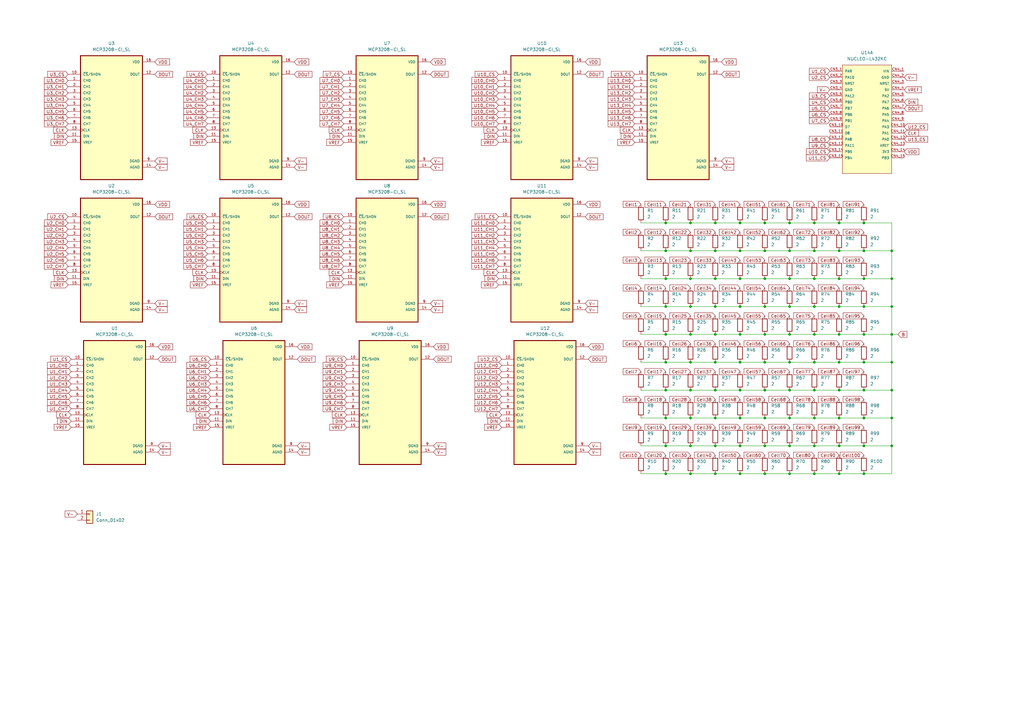
<source format=kicad_sch>
(kicad_sch (version 20250114) (generator "eeschema") (generator_version "9.0")
  (paper "A3")
  (title_block (title "ADC-BalenceBoard") (date "2025-11-17") (rev "1.0.0"))
  (junction (at 344.17 171.45))
  (junction (at 273.05 171.45))
  (junction (at 344.17 114.3))
  (junction (at 365.76 137.16))
  (junction (at 293.37 194.31))
  (junction (at 293.37 102.87))
  (junction (at 273.05 125.73))
  (junction (at 354.33 160.02))
  (junction (at 365.76 114.3))
  (junction (at 323.85 125.73))
  (junction (at 313.69 148.59))
  (junction (at 283.21 114.3))
  (junction (at 323.85 137.16))
  (junction (at 273.05 194.31))
  (junction (at 273.05 160.02))
  (junction (at 313.69 125.73))
  (junction (at 323.85 114.3))
  (junction (at 334.01 137.16))
  (junction (at 334.01 125.73))
  (junction (at 334.01 171.45))
  (junction (at 354.33 194.31))
  (junction (at 323.85 102.87))
  (junction (at 334.01 91.44))
  (junction (at 323.85 91.44))
  (junction (at 323.85 182.88))
  (junction (at 303.53 114.3))
  (junction (at 344.17 194.31))
  (junction (at 334.01 182.88))
  (junction (at 293.37 148.59))
  (junction (at 283.21 125.73))
  (junction (at 344.17 125.73))
  (junction (at 323.85 171.45))
  (junction (at 313.69 102.87))
  (junction (at 354.33 137.16))
  (junction (at 313.69 137.16))
  (junction (at 283.21 160.02))
  (junction (at 293.37 114.3))
  (junction (at 365.76 125.73))
  (junction (at 303.53 137.16))
  (junction (at 313.69 160.02))
  (junction (at 323.85 148.59))
  (junction (at 293.37 125.73))
  (junction (at 273.05 114.3))
  (junction (at 313.69 194.31))
  (junction (at 313.69 91.44))
  (junction (at 334.01 102.87))
  (junction (at 283.21 194.31))
  (junction (at 365.76 182.88))
  (junction (at 273.05 182.88))
  (junction (at 344.17 137.16))
  (junction (at 334.01 148.59))
  (junction (at 303.53 125.73))
  (junction (at 293.37 182.88))
  (junction (at 344.17 182.88))
  (junction (at 344.17 91.44))
  (junction (at 334.01 114.3))
  (junction (at 303.53 160.02))
  (junction (at 303.53 102.87))
  (junction (at 354.33 148.59))
  (junction (at 303.53 148.59))
  (junction (at 313.69 182.88))
  (junction (at 303.53 171.45))
  (junction (at 283.21 91.44))
  (junction (at 354.33 114.3))
  (junction (at 293.37 171.45))
  (junction (at 313.69 171.45))
  (junction (at 323.85 194.31))
  (junction (at 293.37 160.02))
  (junction (at 283.21 182.88))
  (junction (at 354.33 91.44))
  (junction (at 344.17 160.02))
  (junction (at 354.33 102.87))
  (junction (at 293.37 91.44))
  (junction (at 365.76 160.02))
  (junction (at 354.33 125.73))
  (junction (at 334.01 194.31))
  (junction (at 354.33 182.88))
  (junction (at 303.53 182.88))
  (junction (at 354.33 171.45))
  (junction (at 334.01 160.02))
  (junction (at 313.69 114.3))
  (junction (at 273.05 91.44))
  (junction (at 293.37 137.16))
  (junction (at 303.53 194.31))
  (junction (at 303.53 91.44))
  (junction (at 273.05 102.87))
  (junction (at 273.05 137.16))
  (junction (at 365.76 102.87))
  (junction (at 365.76 148.59))
  (junction (at 323.85 160.02))
  (junction (at 283.21 137.16))
  (junction (at 344.17 102.87))
  (junction (at 283.21 148.59))
  (junction (at 283.21 171.45))
  (junction (at 365.76 171.45))
  (junction (at 283.21 102.87))
  (junction (at 344.17 148.59))
  (junction (at 273.05 148.59))
  (wire (pts (xy 365.76 125.73) (xy 365.76 137.16)))
  (wire (pts (xy 368.3 137.16) (xy 365.76 137.16)))
  (wire (pts (xy 262.89 114.3) (xy 273.05 114.3)))
  (wire (pts (xy 262.89 182.88) (xy 273.05 182.88)))
  (wire (pts (xy 303.53 102.87) (xy 313.69 102.87)))
  (wire (pts (xy 365.76 137.16) (xy 365.76 148.59)))
  (wire (pts (xy 365.76 148.59) (xy 365.76 160.02)))
  (wire (pts (xy 344.17 114.3) (xy 354.33 114.3)))
  (wire (pts (xy 293.37 91.44) (xy 303.53 91.44)))
  (wire (pts (xy 293.37 102.87) (xy 303.53 102.87)))
  (wire (pts (xy 293.37 182.88) (xy 303.53 182.88)))
  (wire (pts (xy 344.17 171.45) (xy 354.33 171.45)))
  (wire (pts (xy 262.89 160.02) (xy 273.05 160.02)))
  (wire (pts (xy 313.69 91.44) (xy 323.85 91.44)))
  (wire (pts (xy 334.01 91.44) (xy 344.17 91.44)))
  (wire (pts (xy 303.53 91.44) (xy 313.69 91.44)))
  (wire (pts (xy 334.01 182.88) (xy 344.17 182.88)))
  (wire (pts (xy 262.89 194.31) (xy 273.05 194.31)))
  (wire (pts (xy 344.17 102.87) (xy 354.33 102.87)))
  (wire (pts (xy 354.33 194.31) (xy 344.17 194.31)))
  (wire (pts (xy 334.01 137.16) (xy 344.17 137.16)))
  (wire (pts (xy 354.33 125.73) (xy 365.76 125.73)))
  (wire (pts (xy 273.05 171.45) (xy 283.21 171.45)))
  (wire (pts (xy 313.69 182.88) (xy 323.85 182.88)))
  (wire (pts (xy 344.17 148.59) (xy 354.33 148.59)))
  (wire (pts (xy 273.05 91.44) (xy 283.21 91.44)))
  (wire (pts (xy 303.53 137.16) (xy 313.69 137.16)))
  (wire (pts (xy 303.53 125.73) (xy 313.69 125.73)))
  (wire (pts (xy 344.17 91.44) (xy 354.33 91.44)))
  (wire (pts (xy 334.01 171.45) (xy 344.17 171.45)))
  (wire (pts (xy 334.01 148.59) (xy 344.17 148.59)))
  (wire (pts (xy 303.53 114.3) (xy 313.69 114.3)))
  (wire (pts (xy 354.33 114.3) (xy 365.76 114.3)))
  (wire (pts (xy 323.85 148.59) (xy 334.01 148.59)))
  (wire (pts (xy 313.69 114.3) (xy 323.85 114.3)))
  (wire (pts (xy 344.17 160.02) (xy 354.33 160.02)))
  (wire (pts (xy 273.05 148.59) (xy 283.21 148.59)))
  (wire (pts (xy 365.76 182.88) (xy 365.76 194.31)))
  (wire (pts (xy 273.05 160.02) (xy 283.21 160.02)))
  (wire (pts (xy 283.21 137.16) (xy 293.37 137.16)))
  (wire (pts (xy 334.01 102.87) (xy 344.17 102.87)))
  (wire (pts (xy 283.21 148.59) (xy 293.37 148.59)))
  (wire (pts (xy 273.05 194.31) (xy 283.21 194.31)))
  (wire (pts (xy 313.69 148.59) (xy 323.85 148.59)))
  (wire (pts (xy 283.21 125.73) (xy 293.37 125.73)))
  (wire (pts (xy 293.37 148.59) (xy 303.53 148.59)))
  (wire (pts (xy 354.33 148.59) (xy 365.76 148.59)))
  (wire (pts (xy 283.21 91.44) (xy 293.37 91.44)))
  (wire (pts (xy 354.33 102.87) (xy 365.76 102.87)))
  (wire (pts (xy 323.85 91.44) (xy 334.01 91.44)))
  (wire (pts (xy 303.53 182.88) (xy 313.69 182.88)))
  (wire (pts (xy 273.05 102.87) (xy 283.21 102.87)))
  (wire (pts (xy 313.69 137.16) (xy 323.85 137.16)))
  (wire (pts (xy 262.89 102.87) (xy 273.05 102.87)))
  (wire (pts (xy 344.17 137.16) (xy 354.33 137.16)))
  (wire (pts (xy 354.33 91.44) (xy 365.76 91.44)))
  (wire (pts (xy 323.85 137.16) (xy 334.01 137.16)))
  (wire (pts (xy 323.85 102.87) (xy 334.01 102.87)))
  (wire (pts (xy 344.17 182.88) (xy 354.33 182.88)))
  (wire (pts (xy 262.89 137.16) (xy 273.05 137.16)))
  (wire (pts (xy 283.21 171.45) (xy 293.37 171.45)))
  (wire (pts (xy 262.89 171.45) (xy 273.05 171.45)))
  (wire (pts (xy 334.01 194.31) (xy 344.17 194.31)))
  (wire (pts (xy 323.85 114.3) (xy 334.01 114.3)))
  (wire (pts (xy 365.76 194.31) (xy 354.33 194.31)))
  (wire (pts (xy 283.21 194.31) (xy 293.37 194.31)))
  (wire (pts (xy 313.69 125.73) (xy 323.85 125.73)))
  (wire (pts (xy 323.85 160.02) (xy 334.01 160.02)))
  (wire (pts (xy 354.33 160.02) (xy 365.76 160.02)))
  (wire (pts (xy 293.37 194.31) (xy 303.53 194.31)))
  (wire (pts (xy 273.05 137.16) (xy 283.21 137.16)))
  (wire (pts (xy 293.37 137.16) (xy 303.53 137.16)))
  (wire (pts (xy 293.37 171.45) (xy 303.53 171.45)))
  (wire (pts (xy 303.53 148.59) (xy 313.69 148.59)))
  (wire (pts (xy 283.21 160.02) (xy 293.37 160.02)))
  (wire (pts (xy 334.01 114.3) (xy 344.17 114.3)))
  (wire (pts (xy 262.89 148.59) (xy 273.05 148.59)))
  (wire (pts (xy 283.21 102.87) (xy 293.37 102.87)))
  (wire (pts (xy 344.17 125.73) (xy 354.33 125.73)))
  (wire (pts (xy 313.69 171.45) (xy 323.85 171.45)))
  (wire (pts (xy 273.05 182.88) (xy 283.21 182.88)))
  (wire (pts (xy 313.69 194.31) (xy 323.85 194.31)))
  (wire (pts (xy 293.37 125.73) (xy 303.53 125.73)))
  (wire (pts (xy 303.53 194.31) (xy 313.69 194.31)))
  (wire (pts (xy 334.01 160.02) (xy 344.17 160.02)))
  (wire (pts (xy 313.69 160.02) (xy 323.85 160.02)))
  (wire (pts (xy 273.05 114.3) (xy 283.21 114.3)))
  (wire (pts (xy 323.85 182.88) (xy 334.01 182.88)))
  (wire (pts (xy 303.53 171.45) (xy 313.69 171.45)))
  (wire (pts (xy 293.37 114.3) (xy 303.53 114.3)))
  (wire (pts (xy 283.21 114.3) (xy 293.37 114.3)))
  (wire (pts (xy 323.85 125.73) (xy 334.01 125.73)))
  (wire (pts (xy 323.85 171.45) (xy 334.01 171.45)))
  (wire (pts (xy 365.76 114.3) (xy 365.76 125.73)))
  (wire (pts (xy 354.33 182.88) (xy 365.76 182.88)))
  (wire (pts (xy 334.01 125.73) (xy 344.17 125.73)))
  (wire (pts (xy 365.76 102.87) (xy 365.76 114.3)))
  (wire (pts (xy 293.37 160.02) (xy 303.53 160.02)))
  (wire (pts (xy 365.76 91.44) (xy 365.76 102.87)))
  (wire (pts (xy 283.21 182.88) (xy 293.37 182.88)))
  (wire (pts (xy 365.76 171.45) (xy 365.76 182.88)))
  (wire (pts (xy 262.89 91.44) (xy 273.05 91.44)))
  (wire (pts (xy 313.69 102.87) (xy 323.85 102.87)))
  (wire (pts (xy 354.33 171.45) (xy 365.76 171.45)))
  (wire (pts (xy 262.89 125.73) (xy 273.05 125.73)))
  (wire (pts (xy 273.05 125.73) (xy 283.21 125.73)))
  (wire (pts (xy 323.85 194.31) (xy 334.01 194.31)))
  (wire (pts (xy 354.33 137.16) (xy 365.76 137.16)))
  (wire (pts (xy 365.76 160.02) (xy 365.76 171.45)))
  (wire (pts (xy 303.53 160.02) (xy 313.69 160.02)))
  (global_label "U8_CH2" (shape input) (at 140.97 96.52 180) (property "Intersheetrefs" "${INTERSHEET_REFS}" (effects (hide yes))))
  (global_label "Cell9" (shape input) (at 262.89 175.26 180) (property "Intersheetrefs" "${INTERSHEET_REFS}" (effects (hide yes))))
  (global_label "U8_CH7" (shape input) (at 140.97 109.22 180) (property "Intersheetrefs" "${INTERSHEET_REFS}" (effects (hide yes))))
  (global_label "U10_CH6" (shape input) (at 204.47 48.26 180) (property "Intersheetrefs" "${INTERSHEET_REFS}" (effects (hide yes))))
  (global_label "U7_CH0" (shape input) (at 140.97 33.02 180) (property "Intersheetrefs" "${INTERSHEET_REFS}" (effects (hide yes))))
  (global_label "Cell80" (shape input) (at 334.01 186.69 180) (property "Intersheetrefs" "${INTERSHEET_REFS}" (effects (hide yes))))
  (global_label "VDD" (shape input) (at 295.91 25.4 0) (property "Intersheetrefs" "${INTERSHEET_REFS}" (effects (hide yes))))
  (global_label "Cell61" (shape input) (at 323.85 83.82 180) (property "Intersheetrefs" "${INTERSHEET_REFS}" (effects (hide yes))))
  (global_label "U5_CH5" (shape input) (at 85.09 104.14 180) (property "Intersheetrefs" "${INTERSHEET_REFS}" (effects (hide yes))))
  (global_label "CLK" (shape input) (at 205.74 170.18 180) (property "Intersheetrefs" "${INTERSHEET_REFS}" (effects (hide yes))))
  (global_label "Cell84" (shape input) (at 344.17 118.11 180) (property "Intersheetrefs" "${INTERSHEET_REFS}" (effects (hide yes))))
  (global_label "Cell44" (shape input) (at 303.53 118.11 180) (property "Intersheetrefs" "${INTERSHEET_REFS}" (effects (hide yes))))
  (global_label "VREF" (shape input) (at 204.47 58.42 180) (property "Intersheetrefs" "${INTERSHEET_REFS}" (effects (hide yes))))
  (global_label "U12_CH2" (shape input) (at 205.74 154.94 180) (property "Intersheetrefs" "${INTERSHEET_REFS}" (effects (hide yes))))
  (global_label "V-" (shape input) (at 120.65 68.58 0) (property "Intersheetrefs" "${INTERSHEET_REFS}" (effects (hide yes))))
  (global_label "U9_CS" (shape input) (at 340.36 59.69 180) (property "Intersheetrefs" "${INTERSHEET_REFS}" (effects (hide yes))))
  (global_label "U7_CS" (shape input) (at 140.97 30.48 180) (property "Intersheetrefs" "${INTERSHEET_REFS}" (effects (hide yes))))
  (global_label "Cell69" (shape input) (at 323.85 175.26 180) (property "Intersheetrefs" "${INTERSHEET_REFS}" (effects (hide yes))))
  (global_label "U6_CH5" (shape input) (at 86.36 162.56 180) (property "Intersheetrefs" "${INTERSHEET_REFS}" (effects (hide yes))))
  (global_label "U5_CH7" (shape input) (at 85.09 109.22 180) (property "Intersheetrefs" "${INTERSHEET_REFS}" (effects (hide yes))))
  (global_label "V-" (shape input) (at 31.75 210.82 180) (property "Intersheetrefs" "${INTERSHEET_REFS}" (effects (hide yes))))
  (global_label "Cell54" (shape input) (at 313.69 118.11 180) (property "Intersheetrefs" "${INTERSHEET_REFS}" (effects (hide yes))))
  (global_label "U11_CH1" (shape input) (at 204.47 93.98 180) (property "Intersheetrefs" "${INTERSHEET_REFS}" (effects (hide yes))))
  (global_label "V-" (shape input) (at 241.3 182.88 0) (property "Intersheetrefs" "${INTERSHEET_REFS}" (effects (hide yes))))
  (global_label "U13_CS" (shape input) (at 260.35 30.48 180) (property "Intersheetrefs" "${INTERSHEET_REFS}" (effects (hide yes))))
  (global_label "V-" (shape input) (at 340.36 36.83 180) (property "Intersheetrefs" "${INTERSHEET_REFS}" (effects (hide yes))))
  (global_label "V-" (shape input) (at 240.03 127 0) (property "Intersheetrefs" "${INTERSHEET_REFS}" (effects (hide yes))))
  (global_label "VDD" (shape input) (at 121.92 142.24 0) (property "Intersheetrefs" "${INTERSHEET_REFS}" (effects (hide yes))))
  (global_label "VREF" (shape input) (at 85.09 116.84 180) (property "Intersheetrefs" "${INTERSHEET_REFS}" (effects (hide yes))))
  (global_label "Cell100" (shape input) (at 354.33 186.69 180) (property "Intersheetrefs" "${INTERSHEET_REFS}" (effects (hide yes))))
  (global_label "VREF" (shape input) (at 204.47 116.84 180) (property "Intersheetrefs" "${INTERSHEET_REFS}" (effects (hide yes))))
  (global_label "U5_CS" (shape input) (at 85.09 88.9 180) (property "Intersheetrefs" "${INTERSHEET_REFS}" (effects (hide yes))))
  (global_label "VDD" (shape input) (at 240.03 83.82 0) (property "Intersheetrefs" "${INTERSHEET_REFS}" (effects (hide yes))))
  (global_label "Cell51" (shape input) (at 313.69 83.82 180) (property "Intersheetrefs" "${INTERSHEET_REFS}" (effects (hide yes))))
  (global_label "U1_CH2" (shape input) (at 29.21 154.94 180) (property "Intersheetrefs" "${INTERSHEET_REFS}" (effects (hide yes))))
  (global_label "U1_CS" (shape input) (at 340.36 29.21 180) (property "Intersheetrefs" "${INTERSHEET_REFS}" (effects (hide yes))))
  (global_label "CLK" (shape input) (at 140.97 53.34 180) (property "Intersheetrefs" "${INTERSHEET_REFS}" (effects (hide yes))))
  (global_label "Cell93" (shape input) (at 354.33 106.68 180) (property "Intersheetrefs" "${INTERSHEET_REFS}" (effects (hide yes))))
  (global_label "U1_CH6" (shape input) (at 29.21 165.1 180) (property "Intersheetrefs" "${INTERSHEET_REFS}" (effects (hide yes))))
  (global_label "Cell17" (shape input) (at 273.05 152.4 180) (property "Intersheetrefs" "${INTERSHEET_REFS}" (effects (hide yes))))
  (global_label "U7_CH2" (shape input) (at 140.97 38.1 180) (property "Intersheetrefs" "${INTERSHEET_REFS}" (effects (hide yes))))
  (global_label "VREF" (shape input) (at 370.84 36.83 0) (property "Intersheetrefs" "${INTERSHEET_REFS}" (effects (hide yes))))
  (global_label "Cell22" (shape input) (at 283.21 95.25 180) (property "Intersheetrefs" "${INTERSHEET_REFS}" (effects (hide yes))))
  (global_label "DOUT" (shape input) (at 63.5 30.48 0) (property "Intersheetrefs" "${INTERSHEET_REFS}" (effects (hide yes))))
  (global_label "U12_CS" (shape input) (at 205.74 147.32 180) (property "Intersheetrefs" "${INTERSHEET_REFS}" (effects (hide yes))))
  (global_label "U1_CH4" (shape input) (at 29.21 160.02 180) (property "Intersheetrefs" "${INTERSHEET_REFS}" (effects (hide yes))))
  (global_label "U4_CS" (shape input) (at 85.09 30.48 180) (property "Intersheetrefs" "${INTERSHEET_REFS}" (effects (hide yes))))
  (global_label "U5_CH6" (shape input) (at 85.09 106.68 180) (property "Intersheetrefs" "${INTERSHEET_REFS}" (effects (hide yes))))
  (global_label "Cell71" (shape input) (at 334.01 83.82 180) (property "Intersheetrefs" "${INTERSHEET_REFS}" (effects (hide yes))))
  (global_label "DOUT" (shape input) (at 241.3 147.32 0) (property "Intersheetrefs" "${INTERSHEET_REFS}" (effects (hide yes))))
  (global_label "U5_CH0" (shape input) (at 85.09 91.44 180) (property "Intersheetrefs" "${INTERSHEET_REFS}" (effects (hide yes))))
  (global_label "VREF" (shape input) (at 205.74 175.26 180) (property "Intersheetrefs" "${INTERSHEET_REFS}" (effects (hide yes))))
  (global_label "DIN" (shape input) (at 86.36 172.72 180) (property "Intersheetrefs" "${INTERSHEET_REFS}" (effects (hide yes))))
  (global_label "VDD" (shape input) (at 63.5 25.4 0) (property "Intersheetrefs" "${INTERSHEET_REFS}" (effects (hide yes))))
  (global_label "V-" (shape input) (at 63.5 124.46 0) (property "Intersheetrefs" "${INTERSHEET_REFS}" (effects (hide yes))))
  (global_label "U3_CH7" (shape input) (at 27.94 50.8 180) (property "Intersheetrefs" "${INTERSHEET_REFS}" (effects (hide yes))))
  (global_label "Cell97" (shape input) (at 354.33 152.4 180) (property "Intersheetrefs" "${INTERSHEET_REFS}" (effects (hide yes))))
  (global_label "Cell68" (shape input) (at 323.85 163.83 180) (property "Intersheetrefs" "${INTERSHEET_REFS}" (effects (hide yes))))
  (global_label "V-" (shape input) (at 121.92 185.42 0) (property "Intersheetrefs" "${INTERSHEET_REFS}" (effects (hide yes))))
  (global_label "Cell65" (shape input) (at 323.85 129.54 180) (property "Intersheetrefs" "${INTERSHEET_REFS}" (effects (hide yes))))
  (global_label "Cell41" (shape input) (at 303.53 83.82 180) (property "Intersheetrefs" "${INTERSHEET_REFS}" (effects (hide yes))))
  (global_label "Cell23" (shape input) (at 283.21 106.68 180) (property "Intersheetrefs" "${INTERSHEET_REFS}" (effects (hide yes))))
  (global_label "V-" (shape input) (at 63.5 68.58 0) (property "Intersheetrefs" "${INTERSHEET_REFS}" (effects (hide yes))))
  (global_label "Cell27" (shape input) (at 283.21 152.4 180) (property "Intersheetrefs" "${INTERSHEET_REFS}" (effects (hide yes))))
  (global_label "U3_CS" (shape input) (at 27.94 30.48 180) (property "Intersheetrefs" "${INTERSHEET_REFS}" (effects (hide yes))))
  (global_label "V-" (shape input) (at 176.53 68.58 0) (property "Intersheetrefs" "${INTERSHEET_REFS}" (effects (hide yes))))
  (global_label "Cell72" (shape input) (at 334.01 95.25 180) (property "Intersheetrefs" "${INTERSHEET_REFS}" (effects (hide yes))))
  (global_label "U3_CH2" (shape input) (at 27.94 38.1 180) (property "Intersheetrefs" "${INTERSHEET_REFS}" (effects (hide yes))))
  (global_label "U4_CH2" (shape input) (at 85.09 38.1 180) (property "Intersheetrefs" "${INTERSHEET_REFS}" (effects (hide yes))))
  (global_label "DOUT" (shape input) (at 177.8 147.32 0) (property "Intersheetrefs" "${INTERSHEET_REFS}" (effects (hide yes))))
  (global_label "Cell4" (shape input) (at 262.89 118.11 180) (property "Intersheetrefs" "${INTERSHEET_REFS}" (effects (hide yes))))
  (global_label "VDD" (shape input) (at 63.5 83.82 0) (property "Intersheetrefs" "${INTERSHEET_REFS}" (effects (hide yes))))
  (global_label "U9_CH3" (shape input) (at 142.24 157.48 180) (property "Intersheetrefs" "${INTERSHEET_REFS}" (effects (hide yes))))
  (global_label "U10_CH7" (shape input) (at 204.47 50.8 180) (property "Intersheetrefs" "${INTERSHEET_REFS}" (effects (hide yes))))
  (global_label "U9_CH0" (shape input) (at 142.24 149.86 180) (property "Intersheetrefs" "${INTERSHEET_REFS}" (effects (hide yes))))
  (global_label "VREF" (shape input) (at 27.94 58.42 180) (property "Intersheetrefs" "${INTERSHEET_REFS}" (effects (hide yes))))
  (global_label "U7_CH7" (shape input) (at 140.97 50.8 180) (property "Intersheetrefs" "${INTERSHEET_REFS}" (effects (hide yes))))
  (global_label "DOUT" (shape input) (at 120.65 88.9 0) (property "Intersheetrefs" "${INTERSHEET_REFS}" (effects (hide yes))))
  (global_label "U11_CH3" (shape input) (at 204.47 99.06 180) (property "Intersheetrefs" "${INTERSHEET_REFS}" (effects (hide yes))))
  (global_label "DOUT" (shape input) (at 240.03 88.9 0) (property "Intersheetrefs" "${INTERSHEET_REFS}" (effects (hide yes))))
  (global_label "Cell96" (shape input) (at 354.33 140.97 180) (property "Intersheetrefs" "${INTERSHEET_REFS}" (effects (hide yes))))
  (global_label "DIN" (shape input) (at 205.74 172.72 180) (property "Intersheetrefs" "${INTERSHEET_REFS}" (effects (hide yes))))
  (global_label "V-" (shape input) (at 240.03 68.58 0) (property "Intersheetrefs" "${INTERSHEET_REFS}" (effects (hide yes))))
  (global_label "VDD" (shape input) (at 120.65 83.82 0) (property "Intersheetrefs" "${INTERSHEET_REFS}" (effects (hide yes))))
  (global_label "Cell95" (shape input) (at 354.33 129.54 180) (property "Intersheetrefs" "${INTERSHEET_REFS}" (effects (hide yes))))
  (global_label "U7_CH1" (shape input) (at 140.97 35.56 180) (property "Intersheetrefs" "${INTERSHEET_REFS}" (effects (hide yes))))
  (global_label "Cell25" (shape input) (at 283.21 129.54 180) (property "Intersheetrefs" "${INTERSHEET_REFS}" (effects (hide yes))))
  (global_label "U8_CH4" (shape input) (at 140.97 101.6 180) (property "Intersheetrefs" "${INTERSHEET_REFS}" (effects (hide yes))))
  (global_label "VDD" (shape input) (at 176.53 25.4 0) (property "Intersheetrefs" "${INTERSHEET_REFS}" (effects (hide yes))))
  (global_label "VREF" (shape input) (at 140.97 58.42 180) (property "Intersheetrefs" "${INTERSHEET_REFS}" (effects (hide yes))))
  (global_label "U5_CS" (shape input) (at 340.36 44.45 180) (property "Intersheetrefs" "${INTERSHEET_REFS}" (effects (hide yes))))
  (global_label "U9_CH6" (shape input) (at 142.24 165.1 180) (property "Intersheetrefs" "${INTERSHEET_REFS}" (effects (hide yes))))
  (global_label "V-" (shape input) (at 176.53 66.04 0) (property "Intersheetrefs" "${INTERSHEET_REFS}" (effects (hide yes))))
  (global_label "VDD" (shape input) (at 176.53 83.82 0) (property "Intersheetrefs" "${INTERSHEET_REFS}" (effects (hide yes))))
  (global_label "U2_CS" (shape input) (at 340.36 31.75 180) (property "Intersheetrefs" "${INTERSHEET_REFS}" (effects (hide yes))))
  (global_label "U6_CH2" (shape input) (at 86.36 154.94 180) (property "Intersheetrefs" "${INTERSHEET_REFS}" (effects (hide yes))))
  (global_label "U8_CH0" (shape input) (at 140.97 91.44 180) (property "Intersheetrefs" "${INTERSHEET_REFS}" (effects (hide yes))))
  (global_label "Cell10" (shape input) (at 262.89 186.69 180) (property "Intersheetrefs" "${INTERSHEET_REFS}" (effects (hide yes))))
  (global_label "Cell30" (shape input) (at 283.21 186.69 180) (property "Intersheetrefs" "${INTERSHEET_REFS}" (effects (hide yes))))
  (global_label "Cell11" (shape input) (at 273.05 83.82 180) (property "Intersheetrefs" "${INTERSHEET_REFS}" (effects (hide yes))))
  (global_label "V-" (shape input) (at 177.8 182.88 0) (property "Intersheetrefs" "${INTERSHEET_REFS}" (effects (hide yes))))
  (global_label "Cell19" (shape input) (at 273.05 175.26 180) (property "Intersheetrefs" "${INTERSHEET_REFS}" (effects (hide yes))))
  (global_label "Cell13" (shape input) (at 273.05 106.68 180) (property "Intersheetrefs" "${INTERSHEET_REFS}" (effects (hide yes))))
  (global_label "U5_CH1" (shape input) (at 85.09 93.98 180) (property "Intersheetrefs" "${INTERSHEET_REFS}" (effects (hide yes))))
  (global_label "B" (shape input) (at 368.3 137.16 0) (property "Intersheetrefs" "${INTERSHEET_REFS}" (effects (hide yes))))
  (global_label "DIN" (shape input) (at 140.97 55.88 180) (property "Intersheetrefs" "${INTERSHEET_REFS}" (effects (hide yes))))
  (global_label "Cell42" (shape input) (at 303.53 95.25 180) (property "Intersheetrefs" "${INTERSHEET_REFS}" (effects (hide yes))))
  (global_label "Cell86" (shape input) (at 344.17 140.97 180) (property "Intersheetrefs" "${INTERSHEET_REFS}" (effects (hide yes))))
  (global_label "Cell18" (shape input) (at 273.05 163.83 180) (property "Intersheetrefs" "${INTERSHEET_REFS}" (effects (hide yes))))
  (global_label "DIN" (shape input) (at 85.09 114.3 180) (property "Intersheetrefs" "${INTERSHEET_REFS}" (effects (hide yes))))
  (global_label "DOUT" (shape input) (at 121.92 147.32 0) (property "Intersheetrefs" "${INTERSHEET_REFS}" (effects (hide yes))))
  (global_label "U4_CH1" (shape input) (at 85.09 35.56 180) (property "Intersheetrefs" "${INTERSHEET_REFS}" (effects (hide yes))))
  (global_label "VREF" (shape input) (at 29.21 175.26 180) (property "Intersheetrefs" "${INTERSHEET_REFS}" (effects (hide yes))))
  (global_label "V-" (shape input) (at 370.84 31.75 0) (property "Intersheetrefs" "${INTERSHEET_REFS}" (effects (hide yes))))
  (global_label "U4_CH0" (shape input) (at 85.09 33.02 180) (property "Intersheetrefs" "${INTERSHEET_REFS}" (effects (hide yes))))
  (global_label "Cell26" (shape input) (at 283.21 140.97 180) (property "Intersheetrefs" "${INTERSHEET_REFS}" (effects (hide yes))))
  (global_label "Cell50" (shape input) (at 303.53 186.69 180) (property "Intersheetrefs" "${INTERSHEET_REFS}" (effects (hide yes))))
  (global_label "V-" (shape input) (at 121.92 182.88 0) (property "Intersheetrefs" "${INTERSHEET_REFS}" (effects (hide yes))))
  (global_label "Cell33" (shape input) (at 293.37 106.68 180) (property "Intersheetrefs" "${INTERSHEET_REFS}" (effects (hide yes))))
  (global_label "DOUT" (shape input) (at 370.84 44.45 0) (property "Intersheetrefs" "${INTERSHEET_REFS}" (effects (hide yes))))
  (global_label "U8_CH1" (shape input) (at 140.97 93.98 180) (property "Intersheetrefs" "${INTERSHEET_REFS}" (effects (hide yes))))
  (global_label "Cell64" (shape input) (at 323.85 118.11 180) (property "Intersheetrefs" "${INTERSHEET_REFS}" (effects (hide yes))))
  (global_label "U9_CH5" (shape input) (at 142.24 162.56 180) (property "Intersheetrefs" "${INTERSHEET_REFS}" (effects (hide yes))))
  (global_label "DOUT" (shape input) (at 63.5 88.9 0) (property "Intersheetrefs" "${INTERSHEET_REFS}" (effects (hide yes))))
  (global_label "Cell98" (shape input) (at 354.33 163.83 180) (property "Intersheetrefs" "${INTERSHEET_REFS}" (effects (hide yes))))
  (global_label "U2_CH5" (shape input) (at 27.94 104.14 180) (property "Intersheetrefs" "${INTERSHEET_REFS}" (effects (hide yes))))
  (global_label "Cell14" (shape input) (at 273.05 118.11 180) (property "Intersheetrefs" "${INTERSHEET_REFS}" (effects (hide yes))))
  (global_label "U2_CH6" (shape input) (at 27.94 106.68 180) (property "Intersheetrefs" "${INTERSHEET_REFS}" (effects (hide yes))))
  (global_label "Cell7" (shape input) (at 262.89 152.4 180) (property "Intersheetrefs" "${INTERSHEET_REFS}" (effects (hide yes))))
  (global_label "U1_CH1" (shape input) (at 29.21 152.4 180) (property "Intersheetrefs" "${INTERSHEET_REFS}" (effects (hide yes))))
  (global_label "DIN" (shape input) (at 29.21 172.72 180) (property "Intersheetrefs" "${INTERSHEET_REFS}" (effects (hide yes))))
  (global_label "U1_CH5" (shape input) (at 29.21 162.56 180) (property "Intersheetrefs" "${INTERSHEET_REFS}" (effects (hide yes))))
  (global_label "Cell3" (shape input) (at 262.89 106.68 180) (property "Intersheetrefs" "${INTERSHEET_REFS}" (effects (hide yes))))
  (global_label "U1_CH3" (shape input) (at 29.21 157.48 180) (property "Intersheetrefs" "${INTERSHEET_REFS}" (effects (hide yes))))
  (global_label "Cell39" (shape input) (at 293.37 175.26 180) (property "Intersheetrefs" "${INTERSHEET_REFS}" (effects (hide yes))))
  (global_label "DOUT" (shape input) (at 120.65 30.48 0) (property "Intersheetrefs" "${INTERSHEET_REFS}" (effects (hide yes))))
  (global_label "U10_CH4" (shape input) (at 204.47 43.18 180) (property "Intersheetrefs" "${INTERSHEET_REFS}" (effects (hide yes))))
  (global_label "Cell91" (shape input) (at 354.33 83.82 180) (property "Intersheetrefs" "${INTERSHEET_REFS}" (effects (hide yes))))
  (global_label "U11_CH2" (shape input) (at 204.47 96.52 180) (property "Intersheetrefs" "${INTERSHEET_REFS}" (effects (hide yes))))
  (global_label "VDD" (shape input) (at 370.84 62.23 0) (property "Intersheetrefs" "${INTERSHEET_REFS}" (effects (hide yes))))
  (global_label "CLK" (shape input) (at 260.35 53.34 180) (property "Intersheetrefs" "${INTERSHEET_REFS}" (effects (hide yes))))
  (global_label "U11_CS" (shape input) (at 204.47 88.9 180) (property "Intersheetrefs" "${INTERSHEET_REFS}" (effects (hide yes))))
  (global_label "Cell63" (shape input) (at 323.85 106.68 180) (property "Intersheetrefs" "${INTERSHEET_REFS}" (effects (hide yes))))
  (global_label "V-" (shape input) (at 241.3 185.42 0) (property "Intersheetrefs" "${INTERSHEET_REFS}" (effects (hide yes))))
  (global_label "Cell52" (shape input) (at 313.69 95.25 180) (property "Intersheetrefs" "${INTERSHEET_REFS}" (effects (hide yes))))
  (global_label "U2_CH1" (shape input) (at 27.94 93.98 180) (property "Intersheetrefs" "${INTERSHEET_REFS}" (effects (hide yes))))
  (global_label "U8_CH5" (shape input) (at 140.97 104.14 180) (property "Intersheetrefs" "${INTERSHEET_REFS}" (effects (hide yes))))
  (global_label "U12_CH4" (shape input) (at 205.74 160.02 180) (property "Intersheetrefs" "${INTERSHEET_REFS}" (effects (hide yes))))
  (global_label "U7_CH6" (shape input) (at 140.97 48.26 180) (property "Intersheetrefs" "${INTERSHEET_REFS}" (effects (hide yes))))
  (global_label "DOUT" (shape input) (at 240.03 30.48 0) (property "Intersheetrefs" "${INTERSHEET_REFS}" (effects (hide yes))))
  (global_label "U5_CH4" (shape input) (at 85.09 101.6 180) (property "Intersheetrefs" "${INTERSHEET_REFS}" (effects (hide yes))))
  (global_label "Cell49" (shape input) (at 303.53 175.26 180) (property "Intersheetrefs" "${INTERSHEET_REFS}" (effects (hide yes))))
  (global_label "V-" (shape input) (at 64.77 182.88 0) (property "Intersheetrefs" "${INTERSHEET_REFS}" (effects (hide yes))))
  (global_label "DIN" (shape input) (at 27.94 114.3 180) (property "Intersheetrefs" "${INTERSHEET_REFS}" (effects (hide yes))))
  (global_label "Cell56" (shape input) (at 313.69 140.97 180) (property "Intersheetrefs" "${INTERSHEET_REFS}" (effects (hide yes))))
  (global_label "U7_CH5" (shape input) (at 140.97 45.72 180) (property "Intersheetrefs" "${INTERSHEET_REFS}" (effects (hide yes))))
  (global_label "VREF" (shape input) (at 140.97 116.84 180) (property "Intersheetrefs" "${INTERSHEET_REFS}" (effects (hide yes))))
  (global_label "U3_CH0" (shape input) (at 27.94 33.02 180) (property "Intersheetrefs" "${INTERSHEET_REFS}" (effects (hide yes))))
  (global_label "U12_CH0" (shape input) (at 205.74 149.86 180) (property "Intersheetrefs" "${INTERSHEET_REFS}" (effects (hide yes))))
  (global_label "U4_CS" (shape input) (at 340.36 41.91 180) (property "Intersheetrefs" "${INTERSHEET_REFS}" (effects (hide yes))))
  (global_label "VREF" (shape input) (at 260.35 58.42 180) (property "Intersheetrefs" "${INTERSHEET_REFS}" (effects (hide yes))))
  (global_label "Cell82" (shape input) (at 344.17 95.25 180) (property "Intersheetrefs" "${INTERSHEET_REFS}" (effects (hide yes))))
  (global_label "U13_CH2" (shape input) (at 260.35 38.1 180) (property "Intersheetrefs" "${INTERSHEET_REFS}" (effects (hide yes))))
  (global_label "CLK" (shape input) (at 204.47 53.34 180) (property "Intersheetrefs" "${INTERSHEET_REFS}" (effects (hide yes))))
  (global_label "U4_CH3" (shape input) (at 85.09 40.64 180) (property "Intersheetrefs" "${INTERSHEET_REFS}" (effects (hide yes))))
  (global_label "V-" (shape input) (at 120.65 66.04 0) (property "Intersheetrefs" "${INTERSHEET_REFS}" (effects (hide yes))))
  (global_label "Cell43" (shape input) (at 303.53 106.68 180) (property "Intersheetrefs" "${INTERSHEET_REFS}" (effects (hide yes))))
  (global_label "DIN" (shape input) (at 27.94 55.88 180) (property "Intersheetrefs" "${INTERSHEET_REFS}" (effects (hide yes))))
  (global_label "VDD" (shape input) (at 240.03 25.4 0) (property "Intersheetrefs" "${INTERSHEET_REFS}" (effects (hide yes))))
  (global_label "CLK" (shape input) (at 85.09 111.76 180) (property "Intersheetrefs" "${INTERSHEET_REFS}" (effects (hide yes))))
  (global_label "Cell92" (shape input) (at 354.33 95.25 180) (property "Intersheetrefs" "${INTERSHEET_REFS}" (effects (hide yes))))
  (global_label "VDD" (shape input) (at 120.65 25.4 0) (property "Intersheetrefs" "${INTERSHEET_REFS}" (effects (hide yes))))
  (global_label "U13_CS" (shape input) (at 370.84 57.15 0) (property "Intersheetrefs" "${INTERSHEET_REFS}" (effects (hide yes))))
  (global_label "Cell88" (shape input) (at 344.17 163.83 180) (property "Intersheetrefs" "${INTERSHEET_REFS}" (effects (hide yes))))
  (global_label "Cell24" (shape input) (at 283.21 118.11 180) (property "Intersheetrefs" "${INTERSHEET_REFS}" (effects (hide yes))))
  (global_label "U12_CS" (shape input) (at 370.84 52.07 0) (property "Intersheetrefs" "${INTERSHEET_REFS}" (effects (hide yes))))
  (global_label "Cell57" (shape input) (at 313.69 152.4 180) (property "Intersheetrefs" "${INTERSHEET_REFS}" (effects (hide yes))))
  (global_label "DOUT" (shape input) (at 176.53 30.48 0) (property "Intersheetrefs" "${INTERSHEET_REFS}" (effects (hide yes))))
  (global_label "Cell77" (shape input) (at 334.01 152.4 180) (property "Intersheetrefs" "${INTERSHEET_REFS}" (effects (hide yes))))
  (global_label "Cell34" (shape input) (at 293.37 118.11 180) (property "Intersheetrefs" "${INTERSHEET_REFS}" (effects (hide yes))))
  (global_label "U13_CH1" (shape input) (at 260.35 35.56 180) (property "Intersheetrefs" "${INTERSHEET_REFS}" (effects (hide yes))))
  (global_label "U12_CH3" (shape input) (at 205.74 157.48 180) (property "Intersheetrefs" "${INTERSHEET_REFS}" (effects (hide yes))))
  (global_label "U4_CH4" (shape input) (at 85.09 43.18 180) (property "Intersheetrefs" "${INTERSHEET_REFS}" (effects (hide yes))))
  (global_label "VDD" (shape input) (at 177.8 142.24 0) (property "Intersheetrefs" "${INTERSHEET_REFS}" (effects (hide yes))))
  (global_label "U6_CH6" (shape input) (at 86.36 165.1 180) (property "Intersheetrefs" "${INTERSHEET_REFS}" (effects (hide yes))))
  (global_label "U7_CH4" (shape input) (at 140.97 43.18 180) (property "Intersheetrefs" "${INTERSHEET_REFS}" (effects (hide yes))))
  (global_label "CLK" (shape input) (at 86.36 170.18 180) (property "Intersheetrefs" "${INTERSHEET_REFS}" (effects (hide yes))))
  (global_label "U9_CH4" (shape input) (at 142.24 160.02 180) (property "Intersheetrefs" "${INTERSHEET_REFS}" (effects (hide yes))))
  (global_label "Cell20" (shape input) (at 273.05 186.69 180) (property "Intersheetrefs" "${INTERSHEET_REFS}" (effects (hide yes))))
  (global_label "U10_CS" (shape input) (at 204.47 30.48 180) (property "Intersheetrefs" "${INTERSHEET_REFS}" (effects (hide yes))))
  (global_label "U4_CH6" (shape input) (at 85.09 48.26 180) (property "Intersheetrefs" "${INTERSHEET_REFS}" (effects (hide yes))))
  (global_label "Cell29" (shape input) (at 283.21 175.26 180) (property "Intersheetrefs" "${INTERSHEET_REFS}" (effects (hide yes))))
  (global_label "Cell62" (shape input) (at 323.85 95.25 180) (property "Intersheetrefs" "${INTERSHEET_REFS}" (effects (hide yes))))
  (global_label "U1_CH0" (shape input) (at 29.21 149.86 180) (property "Intersheetrefs" "${INTERSHEET_REFS}" (effects (hide yes))))
  (global_label "U10_CH0" (shape input) (at 204.47 33.02 180) (property "Intersheetrefs" "${INTERSHEET_REFS}" (effects (hide yes))))
  (global_label "Cell55" (shape input) (at 313.69 129.54 180) (property "Intersheetrefs" "${INTERSHEET_REFS}" (effects (hide yes))))
  (global_label "U8_CH3" (shape input) (at 140.97 99.06 180) (property "Intersheetrefs" "${INTERSHEET_REFS}" (effects (hide yes))))
  (global_label "V-" (shape input) (at 177.8 185.42 0) (property "Intersheetrefs" "${INTERSHEET_REFS}" (effects (hide yes))))
  (global_label "Cell53" (shape input) (at 313.69 106.68 180) (property "Intersheetrefs" "${INTERSHEET_REFS}" (effects (hide yes))))
  (global_label "U5_CH3" (shape input) (at 85.09 99.06 180) (property "Intersheetrefs" "${INTERSHEET_REFS}" (effects (hide yes))))
  (global_label "VDD" (shape input) (at 64.77 142.24 0) (property "Intersheetrefs" "${INTERSHEET_REFS}" (effects (hide yes))))
  (global_label "CLK" (shape input) (at 29.21 170.18 180) (property "Intersheetrefs" "${INTERSHEET_REFS}" (effects (hide yes))))
  (global_label "U3_CH3" (shape input) (at 27.94 40.64 180) (property "Intersheetrefs" "${INTERSHEET_REFS}" (effects (hide yes))))
  (global_label "V-" (shape input) (at 120.65 127 0) (property "Intersheetrefs" "${INTERSHEET_REFS}" (effects (hide yes))))
  (global_label "U4_CH5" (shape input) (at 85.09 45.72 180) (property "Intersheetrefs" "${INTERSHEET_REFS}" (effects (hide yes))))
  (global_label "Cell59" (shape input) (at 313.69 175.26 180) (property "Intersheetrefs" "${INTERSHEET_REFS}" (effects (hide yes))))
  (global_label "Cell40" (shape input) (at 293.37 186.69 180) (property "Intersheetrefs" "${INTERSHEET_REFS}" (effects (hide yes))))
  (global_label "Cell73" (shape input) (at 334.01 106.68 180) (property "Intersheetrefs" "${INTERSHEET_REFS}" (effects (hide yes))))
  (global_label "CLK" (shape input) (at 27.94 111.76 180) (property "Intersheetrefs" "${INTERSHEET_REFS}" (effects (hide yes))))
  (global_label "U8_CH6" (shape input) (at 140.97 106.68 180) (property "Intersheetrefs" "${INTERSHEET_REFS}" (effects (hide yes))))
  (global_label "U10_CH1" (shape input) (at 204.47 35.56 180) (property "Intersheetrefs" "${INTERSHEET_REFS}" (effects (hide yes))))
  (global_label "Cell21" (shape input) (at 283.21 83.82 180) (property "Intersheetrefs" "${INTERSHEET_REFS}" (effects (hide yes))))
  (global_label "DIN" (shape input) (at 260.35 55.88 180) (property "Intersheetrefs" "${INTERSHEET_REFS}" (effects (hide yes))))
  (global_label "U8_CS" (shape input) (at 140.97 88.9 180) (property "Intersheetrefs" "${INTERSHEET_REFS}" (effects (hide yes))))
  (global_label "U3_CH4" (shape input) (at 27.94 43.18 180) (property "Intersheetrefs" "${INTERSHEET_REFS}" (effects (hide yes))))
  (global_label "V-" (shape input) (at 64.77 185.42 0) (property "Intersheetrefs" "${INTERSHEET_REFS}" (effects (hide yes))))
  (global_label "Cell58" (shape input) (at 313.69 163.83 180) (property "Intersheetrefs" "${INTERSHEET_REFS}" (effects (hide yes))))
  (global_label "Cell28" (shape input) (at 283.21 163.83 180) (property "Intersheetrefs" "${INTERSHEET_REFS}" (effects (hide yes))))
  (global_label "U1_CS" (shape input) (at 29.21 147.32 180) (property "Intersheetrefs" "${INTERSHEET_REFS}" (effects (hide yes))))
  (global_label "U10_CS" (shape input) (at 340.36 62.23 180) (property "Intersheetrefs" "${INTERSHEET_REFS}" (effects (hide yes))))
  (global_label "U11_CH4" (shape input) (at 204.47 101.6 180) (property "Intersheetrefs" "${INTERSHEET_REFS}" (effects (hide yes))))
  (global_label "U7_CS" (shape input) (at 340.36 49.53 180) (property "Intersheetrefs" "${INTERSHEET_REFS}" (effects (hide yes))))
  (global_label "DIN" (shape input) (at 370.84 41.91 0) (property "Intersheetrefs" "${INTERSHEET_REFS}" (effects (hide yes))))
  (global_label "U9_CH7" (shape input) (at 142.24 167.64 180) (property "Intersheetrefs" "${INTERSHEET_REFS}" (effects (hide yes))))
  (global_label "V-" (shape input) (at 240.03 66.04 0) (property "Intersheetrefs" "${INTERSHEET_REFS}" (effects (hide yes))))
  (global_label "Cell83" (shape input) (at 344.17 106.68 180) (property "Intersheetrefs" "${INTERSHEET_REFS}" (effects (hide yes))))
  (global_label "U13_CH5" (shape input) (at 260.35 45.72 180) (property "Intersheetrefs" "${INTERSHEET_REFS}" (effects (hide yes))))
  (global_label "Cell99" (shape input) (at 354.33 175.26 180) (property "Intersheetrefs" "${INTERSHEET_REFS}" (effects (hide yes))))
  (global_label "U6_CH1" (shape input) (at 86.36 152.4 180) (property "Intersheetrefs" "${INTERSHEET_REFS}" (effects (hide yes))))
  (global_label "Cell66" (shape input) (at 323.85 140.97 180) (property "Intersheetrefs" "${INTERSHEET_REFS}" (effects (hide yes))))
  (global_label "U10_CH5" (shape input) (at 204.47 45.72 180) (property "Intersheetrefs" "${INTERSHEET_REFS}" (effects (hide yes))))
  (global_label "U11_CS" (shape input) (at 340.36 64.77 180) (property "Intersheetrefs" "${INTERSHEET_REFS}" (effects (hide yes))))
  (global_label "U9_CS" (shape input) (at 142.24 147.32 180) (property "Intersheetrefs" "${INTERSHEET_REFS}" (effects (hide yes))))
  (global_label "Cell81" (shape input) (at 344.17 83.82 180) (property "Intersheetrefs" "${INTERSHEET_REFS}" (effects (hide yes))))
  (global_label "Cell85" (shape input) (at 344.17 129.54 180) (property "Intersheetrefs" "${INTERSHEET_REFS}" (effects (hide yes))))
  (global_label "U7_CH3" (shape input) (at 140.97 40.64 180) (property "Intersheetrefs" "${INTERSHEET_REFS}" (effects (hide yes))))
  (global_label "Cell74" (shape input) (at 334.01 118.11 180) (property "Intersheetrefs" "${INTERSHEET_REFS}" (effects (hide yes))))
  (global_label "U11_CH7" (shape input) (at 204.47 109.22 180) (property "Intersheetrefs" "${INTERSHEET_REFS}" (effects (hide yes))))
  (global_label "Cell38" (shape input) (at 293.37 163.83 180) (property "Intersheetrefs" "${INTERSHEET_REFS}" (effects (hide yes))))
  (global_label "Cell67" (shape input) (at 323.85 152.4 180) (property "Intersheetrefs" "${INTERSHEET_REFS}" (effects (hide yes))))
  (global_label "U5_CH2" (shape input) (at 85.09 96.52 180) (property "Intersheetrefs" "${INTERSHEET_REFS}" (effects (hide yes))))
  (global_label "U6_CS" (shape input) (at 340.36 46.99 180) (property "Intersheetrefs" "${INTERSHEET_REFS}" (effects (hide yes))))
  (global_label "V-" (shape input) (at 63.5 127 0) (property "Intersheetrefs" "${INTERSHEET_REFS}" (effects (hide yes))))
  (global_label "CLK" (shape input) (at 204.47 111.76 180) (property "Intersheetrefs" "${INTERSHEET_REFS}" (effects (hide yes))))
  (global_label "U2_CH3" (shape input) (at 27.94 99.06 180) (property "Intersheetrefs" "${INTERSHEET_REFS}" (effects (hide yes))))
  (global_label "V-" (shape input) (at 295.91 66.04 0) (property "Intersheetrefs" "${INTERSHEET_REFS}" (effects (hide yes))))
  (global_label "Cell35" (shape input) (at 293.37 129.54 180) (property "Intersheetrefs" "${INTERSHEET_REFS}" (effects (hide yes))))
  (global_label "U3_CH1" (shape input) (at 27.94 35.56 180) (property "Intersheetrefs" "${INTERSHEET_REFS}" (effects (hide yes))))
  (global_label "DOUT" (shape input) (at 64.77 147.32 0) (property "Intersheetrefs" "${INTERSHEET_REFS}" (effects (hide yes))))
  (global_label "CLK" (shape input) (at 140.97 111.76 180) (property "Intersheetrefs" "${INTERSHEET_REFS}" (effects (hide yes))))
  (global_label "DIN" (shape input) (at 85.09 55.88 180) (property "Intersheetrefs" "${INTERSHEET_REFS}" (effects (hide yes))))
  (global_label "Cell37" (shape input) (at 293.37 152.4 180) (property "Intersheetrefs" "${INTERSHEET_REFS}" (effects (hide yes))))
  (global_label "U13_CH7" (shape input) (at 260.35 50.8 180) (property "Intersheetrefs" "${INTERSHEET_REFS}" (effects (hide yes))))
  (global_label "U3_CS" (shape input) (at 340.36 39.37 180) (property "Intersheetrefs" "${INTERSHEET_REFS}" (effects (hide yes))))
  (global_label "CLK" (shape input) (at 85.09 53.34 180) (property "Intersheetrefs" "${INTERSHEET_REFS}" (effects (hide yes))))
  (global_label "CLK" (shape input) (at 27.94 53.34 180) (property "Intersheetrefs" "${INTERSHEET_REFS}" (effects (hide yes))))
  (global_label "V-" (shape input) (at 120.65 124.46 0) (property "Intersheetrefs" "${INTERSHEET_REFS}" (effects (hide yes))))
  (global_label "Cell87" (shape input) (at 344.17 152.4 180) (property "Intersheetrefs" "${INTERSHEET_REFS}" (effects (hide yes))))
  (global_label "U13_CH0" (shape input) (at 260.35 33.02 180) (property "Intersheetrefs" "${INTERSHEET_REFS}" (effects (hide yes))))
  (global_label "Cell70" (shape input) (at 323.85 186.69 180) (property "Intersheetrefs" "${INTERSHEET_REFS}" (effects (hide yes))))
  (global_label "U11_CH0" (shape input) (at 204.47 91.44 180) (property "Intersheetrefs" "${INTERSHEET_REFS}" (effects (hide yes))))
  (global_label "Cell76" (shape input) (at 334.01 140.97 180) (property "Intersheetrefs" "${INTERSHEET_REFS}" (effects (hide yes))))
  (global_label "VREF" (shape input) (at 27.94 116.84 180) (property "Intersheetrefs" "${INTERSHEET_REFS}" (effects (hide yes))))
  (global_label "U6_CH0" (shape input) (at 86.36 149.86 180) (property "Intersheetrefs" "${INTERSHEET_REFS}" (effects (hide yes))))
  (global_label "U9_CH1" (shape input) (at 142.24 152.4 180) (property "Intersheetrefs" "${INTERSHEET_REFS}" (effects (hide yes))))
  (global_label "U2_CS" (shape input) (at 27.94 88.9 180) (property "Intersheetrefs" "${INTERSHEET_REFS}" (effects (hide yes))))
  (global_label "U11_CH5" (shape input) (at 204.47 104.14 180) (property "Intersheetrefs" "${INTERSHEET_REFS}" (effects (hide yes))))
  (global_label "Cell6" (shape input) (at 262.89 140.97 180) (property "Intersheetrefs" "${INTERSHEET_REFS}" (effects (hide yes))))
  (global_label "VDD" (shape input) (at 241.3 142.24 0) (property "Intersheetrefs" "${INTERSHEET_REFS}" (effects (hide yes))))
  (global_label "U12_CH6" (shape input) (at 205.74 165.1 180) (property "Intersheetrefs" "${INTERSHEET_REFS}" (effects (hide yes))))
  (global_label "U6_CH7" (shape input) (at 86.36 167.64 180) (property "Intersheetrefs" "${INTERSHEET_REFS}" (effects (hide yes))))
  (global_label "Cell12" (shape input) (at 273.05 95.25 180) (property "Intersheetrefs" "${INTERSHEET_REFS}" (effects (hide yes))))
  (global_label "DIN" (shape input) (at 204.47 55.88 180) (property "Intersheetrefs" "${INTERSHEET_REFS}" (effects (hide yes))))
  (global_label "VREF" (shape input) (at 85.09 58.42 180) (property "Intersheetrefs" "${INTERSHEET_REFS}" (effects (hide yes))))
  (global_label "U13_CH4" (shape input) (at 260.35 43.18 180) (property "Intersheetrefs" "${INTERSHEET_REFS}" (effects (hide yes))))
  (global_label "U10_CH2" (shape input) (at 204.47 38.1 180) (property "Intersheetrefs" "${INTERSHEET_REFS}" (effects (hide yes))))
  (global_label "U6_CH4" (shape input) (at 86.36 160.02 180) (property "Intersheetrefs" "${INTERSHEET_REFS}" (effects (hide yes))))
  (global_label "DOUT" (shape input) (at 295.91 30.48 0) (property "Intersheetrefs" "${INTERSHEET_REFS}" (effects (hide yes))))
  (global_label "Cell89" (shape input) (at 344.17 175.26 180) (property "Intersheetrefs" "${INTERSHEET_REFS}" (effects (hide yes))))
  (global_label "Cell46" (shape input) (at 303.53 140.97 180) (property "Intersheetrefs" "${INTERSHEET_REFS}" (effects (hide yes))))
  (global_label "V-" (shape input) (at 295.91 68.58 0) (property "Intersheetrefs" "${INTERSHEET_REFS}" (effects (hide yes))))
  (global_label "U1_CH7" (shape input) (at 29.21 167.64 180) (property "Intersheetrefs" "${INTERSHEET_REFS}" (effects (hide yes))))
  (global_label "Cell16" (shape input) (at 273.05 140.97 180) (property "Intersheetrefs" "${INTERSHEET_REFS}" (effects (hide yes))))
  (global_label "Cell45" (shape input) (at 303.53 129.54 180) (property "Intersheetrefs" "${INTERSHEET_REFS}" (effects (hide yes))))
  (global_label "Cell31" (shape input) (at 293.37 83.82 180) (property "Intersheetrefs" "${INTERSHEET_REFS}" (effects (hide yes))))
  (global_label "U3_CH5" (shape input) (at 27.94 45.72 180) (property "Intersheetrefs" "${INTERSHEET_REFS}" (effects (hide yes))))
  (global_label "U13_CH3" (shape input) (at 260.35 40.64 180) (property "Intersheetrefs" "${INTERSHEET_REFS}" (effects (hide yes))))
  (global_label "VREF" (shape input) (at 142.24 175.26 180) (property "Intersheetrefs" "${INTERSHEET_REFS}" (effects (hide yes))))
  (global_label "U2_CH2" (shape input) (at 27.94 96.52 180) (property "Intersheetrefs" "${INTERSHEET_REFS}" (effects (hide yes))))
  (global_label "U2_CH0" (shape input) (at 27.94 91.44 180) (property "Intersheetrefs" "${INTERSHEET_REFS}" (effects (hide yes))))
  (global_label "U8_CS" (shape input) (at 340.36 57.15 180) (property "Intersheetrefs" "${INTERSHEET_REFS}" (effects (hide yes))))
  (global_label "DOUT" (shape input) (at 176.53 88.9 0) (property "Intersheetrefs" "${INTERSHEET_REFS}" (effects (hide yes))))
  (global_label "V-" (shape input) (at 63.5 66.04 0) (property "Intersheetrefs" "${INTERSHEET_REFS}" (effects (hide yes))))
  (global_label "U12_CH7" (shape input) (at 205.74 167.64 180) (property "Intersheetrefs" "${INTERSHEET_REFS}" (effects (hide yes))))
  (global_label "V-" (shape input) (at 240.03 124.46 0) (property "Intersheetrefs" "${INTERSHEET_REFS}" (effects (hide yes))))
  (global_label "U12_CH1" (shape input) (at 205.74 152.4 180) (property "Intersheetrefs" "${INTERSHEET_REFS}" (effects (hide yes))))
  (global_label "U11_CH6" (shape input) (at 204.47 106.68 180) (property "Intersheetrefs" "${INTERSHEET_REFS}" (effects (hide yes))))
  (global_label "Cell36" (shape input) (at 293.37 140.97 180) (property "Intersheetrefs" "${INTERSHEET_REFS}" (effects (hide yes))))
  (global_label "DIN" (shape input) (at 140.97 114.3 180) (property "Intersheetrefs" "${INTERSHEET_REFS}" (effects (hide yes))))
  (global_label "U2_CH4" (shape input) (at 27.94 101.6 180) (property "Intersheetrefs" "${INTERSHEET_REFS}" (effects (hide yes))))
  (global_label "U13_CH6" (shape input) (at 260.35 48.26 180) (property "Intersheetrefs" "${INTERSHEET_REFS}" (effects (hide yes))))
  (global_label "V-" (shape input) (at 176.53 124.46 0) (property "Intersheetrefs" "${INTERSHEET_REFS}" (effects (hide yes))))
  (global_label "Cell90" (shape input) (at 344.17 186.69 180) (property "Intersheetrefs" "${INTERSHEET_REFS}" (effects (hide yes))))
  (global_label "CLK" (shape input) (at 370.84 54.61 0) (property "Intersheetrefs" "${INTERSHEET_REFS}" (effects (hide yes))))
  (global_label "Cell78" (shape input) (at 334.01 163.83 180) (property "Intersheetrefs" "${INTERSHEET_REFS}" (effects (hide yes))))
  (global_label "U2_CH7" (shape input) (at 27.94 109.22 180) (property "Intersheetrefs" "${INTERSHEET_REFS}" (effects (hide yes))))
  (global_label "VREF" (shape input) (at 86.36 175.26 180) (property "Intersheetrefs" "${INTERSHEET_REFS}" (effects (hide yes))))
  (global_label "Cell48" (shape input) (at 303.53 163.83 180) (property "Intersheetrefs" "${INTERSHEET_REFS}" (effects (hide yes))))
  (global_label "CLK" (shape input) (at 142.24 170.18 180) (property "Intersheetrefs" "${INTERSHEET_REFS}" (effects (hide yes))))
  (global_label "U6_CS" (shape input) (at 86.36 147.32 180) (property "Intersheetrefs" "${INTERSHEET_REFS}" (effects (hide yes))))
  (global_label "Cell2" (shape input) (at 262.89 95.25 180) (property "Intersheetrefs" "${INTERSHEET_REFS}" (effects (hide yes))))
  (global_label "Cell5" (shape input) (at 262.89 129.54 180) (property "Intersheetrefs" "${INTERSHEET_REFS}" (effects (hide yes))))
  (global_label "U9_CH2" (shape input) (at 142.24 154.94 180) (property "Intersheetrefs" "${INTERSHEET_REFS}" (effects (hide yes))))
  (global_label "Cell8" (shape input) (at 262.89 163.83 180) (property "Intersheetrefs" "${INTERSHEET_REFS}" (effects (hide yes))))
  (global_label "Cell32" (shape input) (at 293.37 95.25 180) (property "Intersheetrefs" "${INTERSHEET_REFS}" (effects (hide yes))))
  (global_label "U4_CH7" (shape input) (at 85.09 50.8 180) (property "Intersheetrefs" "${INTERSHEET_REFS}" (effects (hide yes))))
  (global_label "Cell47" (shape input) (at 303.53 152.4 180) (property "Intersheetrefs" "${INTERSHEET_REFS}" (effects (hide yes))))
  (global_label "V-" (shape input) (at 176.53 127 0) (property "Intersheetrefs" "${INTERSHEET_REFS}" (effects (hide yes))))
  (global_label "Cell75" (shape input) (at 334.01 129.54 180) (property "Intersheetrefs" "${INTERSHEET_REFS}" (effects (hide yes))))
  (global_label "Cell15" (shape input) (at 273.05 129.54 180) (property "Intersheetrefs" "${INTERSHEET_REFS}" (effects (hide yes))))
  (global_label "DIN" (shape input) (at 204.47 114.3 180) (property "Intersheetrefs" "${INTERSHEET_REFS}" (effects (hide yes))))
  (global_label "U6_CH3" (shape input) (at 86.36 157.48 180) (property "Intersheetrefs" "${INTERSHEET_REFS}" (effects (hide yes))))
  (global_label "U12_CH5" (shape input) (at 205.74 162.56 180) (property "Intersheetrefs" "${INTERSHEET_REFS}" (effects (hide yes))))
  (global_label "DIN" (shape input) (at 142.24 172.72 180) (property "Intersheetrefs" "${INTERSHEET_REFS}" (effects (hide yes))))
  (global_label "Cell1" (shape input) (at 262.89 83.82 180) (property "Intersheetrefs" "${INTERSHEET_REFS}" (effects (hide yes))))
  (global_label "U10_CH3" (shape input) (at 204.47 40.64 180) (property "Intersheetrefs" "${INTERSHEET_REFS}" (effects (hide yes))))
  (global_label "Cell60" (shape input) (at 313.69 186.69 180) (property "Intersheetrefs" "${INTERSHEET_REFS}" (effects (hide yes))))
  (global_label "U3_CH6" (shape input) (at 27.94 48.26 180) (property "Intersheetrefs" "${INTERSHEET_REFS}" (effects (hide yes))))
  (global_label "Cell79" (shape input) (at 334.01 175.26 180) (property "Intersheetrefs" "${INTERSHEET_REFS}" (effects (hide yes))))
  (global_label "Cell94" (shape input) (at 354.33 118.11 180) (property "Intersheetrefs" "${INTERSHEET_REFS}" (effects (hide yes))))
  (symbol (lib_id "Device:R") (at 293.37 110.49 0) (unit 1)
    (property "Reference" "R33" (at 295.91 109.2199 0) (effects (justify left)))
    (property "Value" "2" (at 295.91 111.7599 0) (effects (justify left)))
    (property "Footprint" "Resistor_SMD:R_0805_2012Metric" (effects (hide yes)))
    (property "Description" "Resistor" (effects (hide yes)))
  )
  (symbol (lib_id "Device:R") (at 354.33 156.21 0) (unit 1)
    (property "Reference" "R97" (at 356.87 154.9399 0) (effects (justify left)))
    (property "Value" "2" (at 356.87 157.4799 0) (effects (justify left)))
    (property "Footprint" "Resistor_SMD:R_0805_2012Metric" (effects (hide yes)))
    (property "Description" "Resistor" (effects (hide yes)))
  )
  (symbol (lib_id "Device:R") (at 283.21 110.49 0) (unit 1)
    (property "Reference" "R23" (at 285.75 109.2199 0) (effects (justify left)))
    (property "Value" "2" (at 285.75 111.7599 0) (effects (justify left)))
    (property "Footprint" "Resistor_SMD:R_0805_2012Metric" (effects (hide yes)))
    (property "Description" "Resistor" (effects (hide yes)))
  )
  (symbol (lib_id "Device:R") (at 334.01 87.63 0) (unit 1)
    (property "Reference" "R71" (at 336.55 86.3599 0) (effects (justify left)))
    (property "Value" "2" (at 336.55 88.8999 0) (effects (justify left)))
    (property "Footprint" "Resistor_SMD:R_0805_2012Metric" (effects (hide yes)))
    (property "Description" "Resistor" (effects (hide yes)))
  )
  (symbol (lib_id "Device:R") (at 313.69 99.06 0) (unit 1)
    (property "Reference" "R52" (at 316.23 97.7899 0) (effects (justify left)))
    (property "Value" "2" (at 316.23 100.3299 0) (effects (justify left)))
    (property "Footprint" "Resistor_SMD:R_0805_2012Metric" (effects (hide yes)))
    (property "Description" "Resistor" (effects (hide yes)))
  )
  (symbol (lib_id "Device:R") (at 334.01 99.06 0) (unit 1)
    (property "Reference" "R72" (at 336.55 97.7899 0) (effects (justify left)))
    (property "Value" "2" (at 336.55 100.3299 0) (effects (justify left)))
    (property "Footprint" "Resistor_SMD:R_0805_2012Metric" (effects (hide yes)))
    (property "Description" "Resistor" (effects (hide yes)))
  )
  (symbol (lib_id "Device:R") (at 273.05 133.35 0) (unit 1)
    (property "Reference" "R15" (at 275.59 132.0799 0) (effects (justify left)))
    (property "Value" "2" (at 275.59 134.6199 0) (effects (justify left)))
    (property "Footprint" "Resistor_SMD:R_0805_2012Metric" (effects (hide yes)))
    (property "Description" "Resistor" (effects (hide yes)))
  )
  (symbol (lib_id "Device:R") (at 283.21 144.78 0) (unit 1)
    (property "Reference" "R26" (at 285.75 143.5099 0) (effects (justify left)))
    (property "Value" "2" (at 285.75 146.0499 0) (effects (justify left)))
    (property "Footprint" "Resistor_SMD:R_0805_2012Metric" (effects (hide yes)))
    (property "Description" "Resistor" (effects (hide yes)))
  )
  (symbol (lib_id "Device:R") (at 293.37 133.35 0) (unit 1)
    (property "Reference" "R35" (at 295.91 132.0799 0) (effects (justify left)))
    (property "Value" "2" (at 295.91 134.6199 0) (effects (justify left)))
    (property "Footprint" "Resistor_SMD:R_0805_2012Metric" (effects (hide yes)))
    (property "Description" "Resistor" (effects (hide yes)))
  )
  (symbol (lib_id "Device:R") (at 334.01 167.64 0) (unit 1)
    (property "Reference" "R78" (at 336.55 166.3699 0) (effects (justify left)))
    (property "Value" "2" (at 336.55 168.9099 0) (effects (justify left)))
    (property "Footprint" "Resistor_SMD:R_0805_2012Metric" (effects (hide yes)))
    (property "Description" "Resistor" (effects (hide yes)))
  )
  (symbol (lib_id "Device:R") (at 262.89 190.5 0) (unit 1)
    (property "Reference" "R10" (at 265.43 189.2299 0) (effects (justify left)))
    (property "Value" "2" (at 265.43 191.7699 0) (effects (justify left)))
    (property "Footprint" "Resistor_SMD:R_0805_2012Metric" (effects (hide yes)))
    (property "Description" "Resistor" (effects (hide yes)))
  )
  (symbol (lib_id "Device:R") (at 303.53 190.5 0) (unit 1)
    (property "Reference" "R50" (at 306.07 189.2299 0) (effects (justify left)))
    (property "Value" "2" (at 306.07 191.7699 0) (effects (justify left)))
    (property "Footprint" "Resistor_SMD:R_0805_2012Metric" (effects (hide yes)))
    (property "Description" "Resistor" (effects (hide yes)))
  )
  (symbol (lib_id "Device:R") (at 323.85 99.06 0) (unit 1)
    (property "Reference" "R62" (at 326.39 97.7899 0) (effects (justify left)))
    (property "Value" "2" (at 326.39 100.3299 0) (effects (justify left)))
    (property "Footprint" "Resistor_SMD:R_0805_2012Metric" (effects (hide yes)))
    (property "Description" "Resistor" (effects (hide yes)))
  )
  (symbol (lib_id "Device:R") (at 323.85 87.63 0) (unit 1)
    (property "Reference" "R61" (at 326.39 86.3599 0) (effects (justify left)))
    (property "Value" "2" (at 326.39 88.8999 0) (effects (justify left)))
    (property "Footprint" "Resistor_SMD:R_0805_2012Metric" (effects (hide yes)))
    (property "Description" "Resistor" (effects (hide yes)))
  )
  (symbol (lib_id "Device:R") (at 334.01 110.49 0) (unit 1)
    (property "Reference" "R73" (at 336.55 109.2199 0) (effects (justify left)))
    (property "Value" "2" (at 336.55 111.7599 0) (effects (justify left)))
    (property "Footprint" "Resistor_SMD:R_0805_2012Metric" (effects (hide yes)))
    (property "Description" "Resistor" (effects (hide yes)))
  )
  (symbol (lib_id "Device:R") (at 303.53 133.35 0) (unit 1)
    (property "Reference" "R45" (at 306.07 132.0799 0) (effects (justify left)))
    (property "Value" "2" (at 306.07 134.6199 0) (effects (justify left)))
    (property "Footprint" "Resistor_SMD:R_0805_2012Metric" (effects (hide yes)))
    (property "Description" "Resistor" (effects (hide yes)))
  )
  (symbol (lib_id "Device:R") (at 283.21 133.35 0) (unit 1)
    (property "Reference" "R25" (at 285.75 132.0799 0) (effects (justify left)))
    (property "Value" "2" (at 285.75 134.6199 0) (effects (justify left)))
    (property "Footprint" "Resistor_SMD:R_0805_2012Metric" (effects (hide yes)))
    (property "Description" "Resistor" (effects (hide yes)))
  )
  (symbol (lib_id "Device:R") (at 273.05 179.07 0) (unit 1)
    (property "Reference" "R19" (at 275.59 177.7999 0) (effects (justify left)))
    (property "Value" "2" (at 275.59 180.3399 0) (effects (justify left)))
    (property "Footprint" "Resistor_SMD:R_0805_2012Metric" (effects (hide yes)))
    (property "Description" "Resistor" (effects (hide yes)))
  )
  (symbol (lib_id "Device:R") (at 354.33 110.49 0) (unit 1)
    (property "Reference" "R93" (at 356.87 109.2199 0) (effects (justify left)))
    (property "Value" "2" (at 356.87 111.7599 0) (effects (justify left)))
    (property "Footprint" "Resistor_SMD:R_0805_2012Metric" (effects (hide yes)))
    (property "Description" "Resistor" (effects (hide yes)))
  )
  (symbol (lib_id "Device:R") (at 344.17 110.49 0) (unit 1)
    (property "Reference" "R83" (at 346.71 109.2199 0) (effects (justify left)))
    (property "Value" "2" (at 346.71 111.7599 0) (effects (justify left)))
    (property "Footprint" "Resistor_SMD:R_0805_2012Metric" (effects (hide yes)))
    (property "Description" "Resistor" (effects (hide yes)))
  )
  (symbol (lib_id "Device:R") (at 293.37 179.07 0) (unit 1)
    (property "Reference" "R39" (at 295.91 177.7999 0) (effects (justify left)))
    (property "Value" "2" (at 295.91 180.3399 0) (effects (justify left)))
    (property "Footprint" "Resistor_SMD:R_0805_2012Metric" (effects (hide yes)))
    (property "Description" "Resistor" (effects (hide yes)))
  )
  (symbol (lib_id "Device:R") (at 334.01 144.78 0) (unit 1)
    (property "Reference" "R76" (at 336.55 143.5099 0) (effects (justify left)))
    (property "Value" "2" (at 336.55 146.0499 0) (effects (justify left)))
    (property "Footprint" "Resistor_SMD:R_0805_2012Metric" (effects (hide yes)))
    (property "Description" "Resistor" (effects (hide yes)))
  )
  (symbol (lib_id "FS_3_Global_Symbol_Library:MCP3208-CI_SL") (at 104.14 165.1 0) (unit 1)
    (property "Reference" "U6" (at 104.14 134.62 0))
    (property "Value" "MCP3208-CI_SL" (at 104.14 137.16 0))
    (property "Footprint" "FS_3_Global_Footprint_Library:MCP3208-CI_SL" (effects (hide yes)))
  )
  (symbol (lib_id "Device:R") (at 323.85 133.35 0) (unit 1)
    (property "Reference" "R65" (at 326.39 132.0799 0) (effects (justify left)))
    (property "Value" "2" (at 326.39 134.6199 0) (effects (justify left)))
    (property "Footprint" "Resistor_SMD:R_0805_2012Metric" (effects (hide yes)))
    (property "Description" "Resistor" (effects (hide yes)))
  )
  (symbol (lib_id "Device:R") (at 262.89 99.06 0) (unit 1)
    (property "Reference" "R2" (at 265.43 97.7899 0) (effects (justify left)))
    (property "Value" "2" (at 265.43 100.3299 0) (effects (justify left)))
    (property "Footprint" "Resistor_SMD:R_0805_2012Metric" (effects (hide yes)))
    (property "Description" "Resistor" (effects (hide yes)))
  )
  (symbol (lib_id "Device:R") (at 303.53 156.21 0) (unit 1)
    (property "Reference" "R47" (at 306.07 154.9399 0) (effects (justify left)))
    (property "Value" "2" (at 306.07 157.4799 0) (effects (justify left)))
    (property "Footprint" "Resistor_SMD:R_0805_2012Metric" (effects (hide yes)))
    (property "Description" "Resistor" (effects (hide yes)))
  )
  (symbol (lib_id "Device:R") (at 344.17 167.64 0) (unit 1)
    (property "Reference" "R88" (at 346.71 166.3699 0) (effects (justify left)))
    (property "Value" "2" (at 346.71 168.9099 0) (effects (justify left)))
    (property "Footprint" "Resistor_SMD:R_0805_2012Metric" (effects (hide yes)))
    (property "Description" "Resistor" (effects (hide yes)))
  )
  (symbol (lib_id "Device:R") (at 303.53 144.78 0) (unit 1)
    (property "Reference" "R46" (at 306.07 143.5099 0) (effects (justify left)))
    (property "Value" "2" (at 306.07 146.0499 0) (effects (justify left)))
    (property "Footprint" "Resistor_SMD:R_0805_2012Metric" (effects (hide yes)))
    (property "Description" "Resistor" (effects (hide yes)))
  )
  (symbol (lib_id "FS_3_Global_Symbol_Library:MCP3208-CI_SL") (at 222.25 48.26 0) (unit 1)
    (property "Reference" "U10" (at 222.25 17.78 0))
    (property "Value" "MCP3208-CI_SL" (at 222.25 20.32 0))
    (property "Footprint" "FS_3_Global_Footprint_Library:MCP3208-CI_SL" (effects (hide yes)))
  )
  (symbol (lib_id "Device:R") (at 313.69 110.49 0) (unit 1)
    (property "Reference" "R53" (at 316.23 109.2199 0) (effects (justify left)))
    (property "Value" "2" (at 316.23 111.7599 0) (effects (justify left)))
    (property "Footprint" "Resistor_SMD:R_0805_2012Metric" (effects (hide yes)))
    (property "Description" "Resistor" (effects (hide yes)))
  )
  (symbol (lib_id "FS_3_Global_Symbol_Library:MCP3208-CI_SL") (at 158.75 48.26 0) (unit 1)
    (property "Reference" "U7" (at 158.75 17.78 0))
    (property "Value" "MCP3208-CI_SL" (at 158.75 20.32 0))
    (property "Footprint" "FS_3_Global_Footprint_Library:MCP3208-CI_SL" (effects (hide yes)))
  )
  (symbol (lib_id "Device:R") (at 354.33 167.64 0) (unit 1)
    (property "Reference" "R98" (at 356.87 166.3699 0) (effects (justify left)))
    (property "Value" "2" (at 356.87 168.9099 0) (effects (justify left)))
    (property "Footprint" "Resistor_SMD:R_0805_2012Metric" (effects (hide yes)))
    (property "Description" "Resistor" (effects (hide yes)))
  )
  (symbol (lib_id "Device:R") (at 262.89 167.64 0) (unit 1)
    (property "Reference" "R8" (at 265.43 166.3699 0) (effects (justify left)))
    (property "Value" "2" (at 265.43 168.9099 0) (effects (justify left)))
    (property "Footprint" "Resistor_SMD:R_0805_2012Metric" (effects (hide yes)))
    (property "Description" "Resistor" (effects (hide yes)))
  )
  (symbol (lib_id "Device:R") (at 303.53 110.49 0) (unit 1)
    (property "Reference" "R43" (at 306.07 109.2199 0) (effects (justify left)))
    (property "Value" "2" (at 306.07 111.7599 0) (effects (justify left)))
    (property "Footprint" "Resistor_SMD:R_0805_2012Metric" (effects (hide yes)))
    (property "Description" "Resistor" (effects (hide yes)))
  )
  (symbol (lib_id "Device:R") (at 303.53 179.07 0) (unit 1)
    (property "Reference" "R49" (at 306.07 177.7999 0) (effects (justify left)))
    (property "Value" "2" (at 306.07 180.3399 0) (effects (justify left)))
    (property "Footprint" "Resistor_SMD:R_0805_2012Metric" (effects (hide yes)))
    (property "Description" "Resistor" (effects (hide yes)))
  )
  (symbol (lib_id "Device:R") (at 273.05 167.64 0) (unit 1)
    (property "Reference" "R18" (at 275.59 166.3699 0) (effects (justify left)))
    (property "Value" "2" (at 275.59 168.9099 0) (effects (justify left)))
    (property "Footprint" "Resistor_SMD:R_0805_2012Metric" (effects (hide yes)))
    (property "Description" "Resistor" (effects (hide yes)))
  )
  (symbol (lib_id "Device:R") (at 323.85 110.49 0) (unit 1)
    (property "Reference" "R63" (at 326.39 109.2199 0) (effects (justify left)))
    (property "Value" "2" (at 326.39 111.7599 0) (effects (justify left)))
    (property "Footprint" "Resistor_SMD:R_0805_2012Metric" (effects (hide yes)))
    (property "Description" "Resistor" (effects (hide yes)))
  )
  (symbol (lib_id "FS_3_Global_Symbol_Library:MCP3208-CI_SL") (at 102.87 106.68 0) (unit 1)
    (property "Reference" "U5" (at 102.87 76.2 0))
    (property "Value" "MCP3208-CI_SL" (at 102.87 78.74 0))
    (property "Footprint" "FS_3_Global_Footprint_Library:MCP3208-CI_SL" (effects (hide yes)))
  )
  (symbol (lib_id "Device:R") (at 344.17 156.21 0) (unit 1)
    (property "Reference" "R87" (at 346.71 154.9399 0) (effects (justify left)))
    (property "Value" "2" (at 346.71 157.4799 0) (effects (justify left)))
    (property "Footprint" "Resistor_SMD:R_0805_2012Metric" (effects (hide yes)))
    (property "Description" "Resistor" (effects (hide yes)))
  )
  (symbol (lib_id "FS_3_Global_Symbol_Library:MCP3208-CI_SL") (at 102.87 48.26 0) (unit 1)
    (property "Reference" "U4" (at 102.87 17.78 0))
    (property "Value" "MCP3208-CI_SL" (at 102.87 20.32 0))
    (property "Footprint" "FS_3_Global_Footprint_Library:MCP3208-CI_SL" (effects (hide yes)))
  )
  (symbol (lib_id "Device:R") (at 283.21 156.21 0) (unit 1)
    (property "Reference" "R27" (at 285.75 154.9399 0) (effects (justify left)))
    (property "Value" "2" (at 285.75 157.4799 0) (effects (justify left)))
    (property "Footprint" "Resistor_SMD:R_0805_2012Metric" (effects (hide yes)))
    (property "Description" "Resistor" (effects (hide yes)))
  )
  (symbol (lib_id "Device:R") (at 293.37 144.78 0) (unit 1)
    (property "Reference" "R36" (at 295.91 143.5099 0) (effects (justify left)))
    (property "Value" "2" (at 295.91 146.0499 0) (effects (justify left)))
    (property "Footprint" "Resistor_SMD:R_0805_2012Metric" (effects (hide yes)))
    (property "Description" "Resistor" (effects (hide yes)))
  )
  (symbol (lib_id "Device:R") (at 344.17 99.06 0) (unit 1)
    (property "Reference" "R82" (at 346.71 97.7899 0) (effects (justify left)))
    (property "Value" "2" (at 346.71 100.3299 0) (effects (justify left)))
    (property "Footprint" "Resistor_SMD:R_0805_2012Metric" (effects (hide yes)))
    (property "Description" "Resistor" (effects (hide yes)))
  )
  (symbol (lib_id "Device:R") (at 313.69 121.92 0) (unit 1)
    (property "Reference" "R54" (at 316.23 120.6499 0) (effects (justify left)))
    (property "Value" "2" (at 316.23 123.1899 0) (effects (justify left)))
    (property "Footprint" "Resistor_SMD:R_0805_2012Metric" (effects (hide yes)))
    (property "Description" "Resistor" (effects (hide yes)))
  )
  (symbol (lib_id "FS_3_Global_Symbol_Library:MCP3208-CI_SL") (at 222.25 106.68 0) (unit 1)
    (property "Reference" "U11" (at 222.25 76.2 0))
    (property "Value" "MCP3208-CI_SL" (at 222.25 78.74 0))
    (property "Footprint" "FS_3_Global_Footprint_Library:MCP3208-CI_SL" (effects (hide yes)))
  )
  (symbol (lib_id "Device:R") (at 303.53 87.63 0) (unit 1)
    (property "Reference" "R41" (at 306.07 86.3599 0) (effects (justify left)))
    (property "Value" "2" (at 306.07 88.8999 0) (effects (justify left)))
    (property "Footprint" "Resistor_SMD:R_0805_2012Metric" (effects (hide yes)))
    (property "Description" "Resistor" (effects (hide yes)))
  )
  (symbol (lib_id "FS_3_Global_Symbol_Library:MCP3208-CI_SL") (at 158.75 106.68 0) (unit 1)
    (property "Reference" "U8" (at 158.75 76.2 0))
    (property "Value" "MCP3208-CI_SL" (at 158.75 78.74 0))
    (property "Footprint" "FS_3_Global_Footprint_Library:MCP3208-CI_SL" (effects (hide yes)))
  )
  (symbol (lib_id "Device:R") (at 323.85 156.21 0) (unit 1)
    (property "Reference" "R67" (at 326.39 154.9399 0) (effects (justify left)))
    (property "Value" "2" (at 326.39 157.4799 0) (effects (justify left)))
    (property "Footprint" "Resistor_SMD:R_0805_2012Metric" (effects (hide yes)))
    (property "Description" "Resistor" (effects (hide yes)))
  )
  (symbol (lib_id "FS_3_Global_Symbol_Library:MCP3208-CI_SL") (at 278.13 48.26 0) (unit 1)
    (property "Reference" "U13" (at 278.13 17.78 0))
    (property "Value" "MCP3208-CI_SL" (at 278.13 20.32 0))
    (property "Footprint" "FS_3_Global_Footprint_Library:MCP3208-CI_SL" (effects (hide yes)))
  )
  (symbol (lib_id "Device:R") (at 262.89 179.07 0) (unit 1)
    (property "Reference" "R9" (at 265.43 177.7999 0) (effects (justify left)))
    (property "Value" "2" (at 265.43 180.3399 0) (effects (justify left)))
    (property "Footprint" "Resistor_SMD:R_0805_2012Metric" (effects (hide yes)))
    (property "Description" "Resistor" (effects (hide yes)))
  )
  (symbol (lib_id "Device:R") (at 283.21 99.06 0) (unit 1)
    (property "Reference" "R22" (at 285.75 97.7899 0) (effects (justify left)))
    (property "Value" "2" (at 285.75 100.3299 0) (effects (justify left)))
    (property "Footprint" "Resistor_SMD:R_0805_2012Metric" (effects (hide yes)))
    (property "Description" "Resistor" (effects (hide yes)))
  )
  (symbol (lib_id "FS_3_Global_Symbol_Library:MCP3208-CI_SL") (at 160.02 165.1 0) (unit 1)
    (property "Reference" "U9" (at 160.02 134.62 0))
    (property "Value" "MCP3208-CI_SL" (at 160.02 137.16 0))
    (property "Footprint" "FS_3_Global_Footprint_Library:MCP3208-CI_SL" (effects (hide yes)))
  )
  (symbol (lib_id "Device:R") (at 354.33 190.5 0) (unit 1)
    (property "Reference" "R100" (at 356.87 189.2299 0) (effects (justify left)))
    (property "Value" "2" (at 356.87 191.7699 0) (effects (justify left)))
    (property "Footprint" "Resistor_SMD:R_0805_2012Metric" (effects (hide yes)))
    (property "Description" "Resistor" (effects (hide yes)))
  )
  (symbol (lib_id "Device:R") (at 354.33 179.07 0) (unit 1)
    (property "Reference" "R99" (at 356.87 177.7999 0) (effects (justify left)))
    (property "Value" "2" (at 356.87 180.3399 0) (effects (justify left)))
    (property "Footprint" "Resistor_SMD:R_0805_2012Metric" (effects (hide yes)))
    (property "Description" "Resistor" (effects (hide yes)))
  )
  (symbol (lib_id "Device:R") (at 293.37 121.92 0) (unit 1)
    (property "Reference" "R34" (at 295.91 120.6499 0) (effects (justify left)))
    (property "Value" "2" (at 295.91 123.1899 0) (effects (justify left)))
    (property "Footprint" "Resistor_SMD:R_0805_2012Metric" (effects (hide yes)))
    (property "Description" "Resistor" (effects (hide yes)))
  )
  (symbol (lib_id "Device:R") (at 293.37 156.21 0) (unit 1)
    (property "Reference" "R37" (at 295.91 154.9399 0) (effects (justify left)))
    (property "Value" "2" (at 295.91 157.4799 0) (effects (justify left)))
    (property "Footprint" "Resistor_SMD:R_0805_2012Metric" (effects (hide yes)))
    (property "Description" "Resistor" (effects (hide yes)))
  )
  (symbol (lib_id "Device:R") (at 313.69 133.35 0) (unit 1)
    (property "Reference" "R55" (at 316.23 132.0799 0) (effects (justify left)))
    (property "Value" "2" (at 316.23 134.6199 0) (effects (justify left)))
    (property "Footprint" "Resistor_SMD:R_0805_2012Metric" (effects (hide yes)))
    (property "Description" "Resistor" (effects (hide yes)))
  )
  (symbol (lib_id "Device:R") (at 344.17 121.92 0) (unit 1)
    (property "Reference" "R84" (at 346.71 120.6499 0) (effects (justify left)))
    (property "Value" "2" (at 346.71 123.1899 0) (effects (justify left)))
    (property "Footprint" "Resistor_SMD:R_0805_2012Metric" (effects (hide yes)))
    (property "Description" "Resistor" (effects (hide yes)))
  )
  (symbol (lib_id "FS_3_Global_Symbol_Library:MCP3208-CI_SL") (at 45.72 48.26 0) (unit 1)
    (property "Reference" "U3" (at 45.72 17.78 0))
    (property "Value" "MCP3208-CI_SL" (at 45.72 20.32 0))
    (property "Footprint" "FS_3_Global_Footprint_Library:MCP3208-CI_SL" (effects (hide yes)))
  )
  (symbol (lib_id "Device:R") (at 323.85 121.92 0) (unit 1)
    (property "Reference" "R64" (at 326.39 120.6499 0) (effects (justify left)))
    (property "Value" "2" (at 326.39 123.1899 0) (effects (justify left)))
    (property "Footprint" "Resistor_SMD:R_0805_2012Metric" (effects (hide yes)))
    (property "Description" "Resistor" (effects (hide yes)))
  )
  (symbol (lib_id "Device:R") (at 262.89 144.78 0) (unit 1)
    (property "Reference" "R6" (at 265.43 143.5099 0) (effects (justify left)))
    (property "Value" "2" (at 265.43 146.0499 0) (effects (justify left)))
    (property "Footprint" "Resistor_SMD:R_0805_2012Metric" (effects (hide yes)))
    (property "Description" "Resistor" (effects (hide yes)))
  )
  (symbol (lib_id "Device:R") (at 323.85 190.5 0) (unit 1)
    (property "Reference" "R70" (at 326.39 189.2299 0) (effects (justify left)))
    (property "Value" "2" (at 326.39 191.7699 0) (effects (justify left)))
    (property "Footprint" "Resistor_SMD:R_0805_2012Metric" (effects (hide yes)))
    (property "Description" "Resistor" (effects (hide yes)))
  )
  (symbol (lib_id "Device:R") (at 313.69 144.78 0) (unit 1)
    (property "Reference" "R56" (at 316.23 143.5099 0) (effects (justify left)))
    (property "Value" "2" (at 316.23 146.0499 0) (effects (justify left)))
    (property "Footprint" "Resistor_SMD:R_0805_2012Metric" (effects (hide yes)))
    (property "Description" "Resistor" (effects (hide yes)))
  )
  (symbol (lib_id "Device:R") (at 262.89 110.49 0) (unit 1)
    (property "Reference" "R3" (at 265.43 109.2199 0) (effects (justify left)))
    (property "Value" "2" (at 265.43 111.7599 0) (effects (justify left)))
    (property "Footprint" "Resistor_SMD:R_0805_2012Metric" (effects (hide yes)))
    (property "Description" "Resistor" (effects (hide yes)))
  )
  (symbol (lib_id "Device:R") (at 262.89 87.63 0) (unit 1)
    (property "Reference" "R1" (at 265.43 86.3599 0) (effects (justify left)))
    (property "Value" "2" (at 265.43 88.8999 0) (effects (justify left)))
    (property "Footprint" "Resistor_SMD:R_0805_2012Metric" (effects (hide yes)))
    (property "Description" "Resistor" (effects (hide yes)))
  )
  (symbol (lib_id "Connector_Generic:Conn_01x02") (at 36.83 210.82 0) (unit 1)
    (property "Reference" "J1" (at 39.37 210.8199 0) (effects (justify left)))
    (property "Value" "Conn_01x02" (at 39.37 213.3599 0) (effects (justify left)))
    (property "Footprint" "Connector_Molex:Molex_Nano-Fit_105309-xx02_1x02_P2.50mm_Vertical" (effects (hide yes)))
    (property "Description" "Generic connector, single row, 01x02, script generated (kicad-library-utils/schlib/autogen/connector/)" (effects (hide yes)))
  )
  (symbol (lib_id "Device:R") (at 323.85 167.64 0) (unit 1)
    (property "Reference" "R68" (at 326.39 166.3699 0) (effects (justify left)))
    (property "Value" "2" (at 326.39 168.9099 0) (effects (justify left)))
    (property "Footprint" "Resistor_SMD:R_0805_2012Metric" (effects (hide yes)))
    (property "Description" "Resistor" (effects (hide yes)))
  )
  (symbol (lib_id "Device:R") (at 313.69 167.64 0) (unit 1)
    (property "Reference" "R58" (at 316.23 166.3699 0) (effects (justify left)))
    (property "Value" "2" (at 316.23 168.9099 0) (effects (justify left)))
    (property "Footprint" "Resistor_SMD:R_0805_2012Metric" (effects (hide yes)))
    (property "Description" "Resistor" (effects (hide yes)))
  )
  (symbol (lib_id "Device:R") (at 344.17 133.35 0) (unit 1)
    (property "Reference" "R85" (at 346.71 132.0799 0) (effects (justify left)))
    (property "Value" "2" (at 346.71 134.6199 0) (effects (justify left)))
    (property "Footprint" "Resistor_SMD:R_0805_2012Metric" (effects (hide yes)))
    (property "Description" "Resistor" (effects (hide yes)))
  )
  (symbol (lib_id "Device:R") (at 313.69 179.07 0) (unit 1)
    (property "Reference" "R59" (at 316.23 177.7999 0) (effects (justify left)))
    (property "Value" "2" (at 316.23 180.3399 0) (effects (justify left)))
    (property "Footprint" "Resistor_SMD:R_0805_2012Metric" (effects (hide yes)))
    (property "Description" "Resistor" (effects (hide yes)))
  )
  (symbol (lib_id "Device:R") (at 262.89 156.21 0) (unit 1)
    (property "Reference" "R7" (at 265.43 154.9399 0) (effects (justify left)))
    (property "Value" "2" (at 265.43 157.4799 0) (effects (justify left)))
    (property "Footprint" "Resistor_SMD:R_0805_2012Metric" (effects (hide yes)))
    (property "Description" "Resistor" (effects (hide yes)))
  )
  (symbol (lib_id "Device:R") (at 354.33 99.06 0) (unit 1)
    (property "Reference" "R92" (at 356.87 97.7899 0) (effects (justify left)))
    (property "Value" "2" (at 356.87 100.3299 0) (effects (justify left)))
    (property "Footprint" "Resistor_SMD:R_0805_2012Metric" (effects (hide yes)))
    (property "Description" "Resistor" (effects (hide yes)))
  )
  (symbol (lib_id "Device:R") (at 273.05 190.5 0) (unit 1)
    (property "Reference" "R20" (at 275.59 189.2299 0) (effects (justify left)))
    (property "Value" "2" (at 275.59 191.7699 0) (effects (justify left)))
    (property "Footprint" "Resistor_SMD:R_0805_2012Metric" (effects (hide yes)))
    (property "Description" "Resistor" (effects (hide yes)))
  )
  (symbol (lib_id "FS_3_Global_Symbol_Library:MCP3208-CI_SL") (at 46.99 165.1 0) (unit 1)
    (property "Reference" "U1" (at 46.99 134.62 0))
    (property "Value" "MCP3208-CI_SL" (at 46.99 137.16 0))
    (property "Footprint" "FS_3_Global_Footprint_Library:MCP3208-CI_SL" (effects (hide yes)))
  )
  (symbol (lib_id "Device:R") (at 334.01 190.5 0) (unit 1)
    (property "Reference" "R80" (at 336.55 189.2299 0) (effects (justify left)))
    (property "Value" "2" (at 336.55 191.7699 0) (effects (justify left)))
    (property "Footprint" "Resistor_SMD:R_0805_2012Metric" (effects (hide yes)))
    (property "Description" "Resistor" (effects (hide yes)))
  )
  (symbol (lib_id "FS_3_Global_Symbol_Library:NUCLEO-L432KC") (at 355.6 44.45 0) (unit 1)
    (property "Reference" "U14" (at 355.6 21.59 0))
    (property "Value" "NUCLEO-L432KC" (at 355.6 24.13 0))
    (property "Footprint" "FS_3_Global_Footprint_Library:NUCLEO-L432KC" (effects (hide yes)))
    (property "Description" "NUCLEO with 1 can bus and an STM 32 MCU" (effects (hide yes)))
    (property "PARTREV" "N/A" (effects (hide yes)))
    (property "STANDARD" "Manufacturer Recommendations" (effects (hide yes)))
    (property "MAXIMUM_PACKAGE_HEIGHT" "N/A" (effects (hide yes)))
    (property "MANUFACTURER" "ST Microelectronics" (effects (hide yes)))
  )
  (symbol (lib_id "Device:R") (at 354.33 121.92 0) (unit 1)
    (property "Reference" "R94" (at 356.87 120.6499 0) (effects (justify left)))
    (property "Value" "2" (at 356.87 123.1899 0) (effects (justify left)))
    (property "Footprint" "Resistor_SMD:R_0805_2012Metric" (effects (hide yes)))
    (property "Description" "Resistor" (effects (hide yes)))
  )
  (symbol (lib_id "Device:R") (at 273.05 110.49 0) (unit 1)
    (property "Reference" "R13" (at 275.59 109.2199 0) (effects (justify left)))
    (property "Value" "2" (at 275.59 111.7599 0) (effects (justify left)))
    (property "Footprint" "Resistor_SMD:R_0805_2012Metric" (effects (hide yes)))
    (property "Description" "Resistor" (effects (hide yes)))
  )
  (symbol (lib_id "Device:R") (at 303.53 167.64 0) (unit 1)
    (property "Reference" "R48" (at 306.07 166.3699 0) (effects (justify left)))
    (property "Value" "2" (at 306.07 168.9099 0) (effects (justify left)))
    (property "Footprint" "Resistor_SMD:R_0805_2012Metric" (effects (hide yes)))
    (property "Description" "Resistor" (effects (hide yes)))
  )
  (symbol (lib_id "Device:R") (at 293.37 190.5 0) (unit 1)
    (property "Reference" "R40" (at 295.91 189.2299 0) (effects (justify left)))
    (property "Value" "2" (at 295.91 191.7699 0) (effects (justify left)))
    (property "Footprint" "Resistor_SMD:R_0805_2012Metric" (effects (hide yes)))
    (property "Description" "Resistor" (effects (hide yes)))
  )
  (symbol (lib_id "Device:R") (at 313.69 190.5 0) (unit 1)
    (property "Reference" "R60" (at 316.23 189.2299 0) (effects (justify left)))
    (property "Value" "2" (at 316.23 191.7699 0) (effects (justify left)))
    (property "Footprint" "Resistor_SMD:R_0805_2012Metric" (effects (hide yes)))
    (property "Description" "Resistor" (effects (hide yes)))
  )
  (symbol (lib_id "Device:R") (at 344.17 190.5 0) (unit 1)
    (property "Reference" "R90" (at 346.71 189.2299 0) (effects (justify left)))
    (property "Value" "2" (at 346.71 191.7699 0) (effects (justify left)))
    (property "Footprint" "Resistor_SMD:R_0805_2012Metric" (effects (hide yes)))
    (property "Description" "Resistor" (effects (hide yes)))
  )
  (symbol (lib_id "Device:R") (at 293.37 167.64 0) (unit 1)
    (property "Reference" "R38" (at 295.91 166.3699 0) (effects (justify left)))
    (property "Value" "2" (at 295.91 168.9099 0) (effects (justify left)))
    (property "Footprint" "Resistor_SMD:R_0805_2012Metric" (effects (hide yes)))
    (property "Description" "Resistor" (effects (hide yes)))
  )
  (symbol (lib_id "Device:R") (at 344.17 179.07 0) (unit 1)
    (property "Reference" "R89" (at 346.71 177.7999 0) (effects (justify left)))
    (property "Value" "2" (at 346.71 180.3399 0) (effects (justify left)))
    (property "Footprint" "Resistor_SMD:R_0805_2012Metric" (effects (hide yes)))
    (property "Description" "Resistor" (effects (hide yes)))
  )
  (symbol (lib_id "Device:R") (at 273.05 99.06 0) (unit 1)
    (property "Reference" "R12" (at 275.59 97.7899 0) (effects (justify left)))
    (property "Value" "2" (at 275.59 100.3299 0) (effects (justify left)))
    (property "Footprint" "Resistor_SMD:R_0805_2012Metric" (effects (hide yes)))
    (property "Description" "Resistor" (effects (hide yes)))
  )
  (symbol (lib_id "Device:R") (at 293.37 87.63 0) (unit 1)
    (property "Reference" "R31" (at 295.91 86.3599 0) (effects (justify left)))
    (property "Value" "2" (at 295.91 88.8999 0) (effects (justify left)))
    (property "Footprint" "Resistor_SMD:R_0805_2012Metric" (effects (hide yes)))
    (property "Description" "Resistor" (effects (hide yes)))
  )
  (symbol (lib_id "Device:R") (at 283.21 87.63 0) (unit 1)
    (property "Reference" "R21" (at 285.75 86.3599 0) (effects (justify left)))
    (property "Value" "2" (at 285.75 88.8999 0) (effects (justify left)))
    (property "Footprint" "Resistor_SMD:R_0805_2012Metric" (effects (hide yes)))
    (property "Description" "Resistor" (effects (hide yes)))
  )
  (symbol (lib_id "Device:R") (at 293.37 99.06 0) (unit 1)
    (property "Reference" "R32" (at 295.91 97.7899 0) (effects (justify left)))
    (property "Value" "2" (at 295.91 100.3299 0) (effects (justify left)))
    (property "Footprint" "Resistor_SMD:R_0805_2012Metric" (effects (hide yes)))
    (property "Description" "Resistor" (effects (hide yes)))
  )
  (symbol (lib_id "Device:R") (at 262.89 121.92 0) (unit 1)
    (property "Reference" "R4" (at 265.43 120.6499 0) (effects (justify left)))
    (property "Value" "2" (at 265.43 123.1899 0) (effects (justify left)))
    (property "Footprint" "Resistor_SMD:R_0805_2012Metric" (effects (hide yes)))
    (property "Description" "Resistor" (effects (hide yes)))
  )
  (symbol (lib_id "FS_3_Global_Symbol_Library:MCP3208-CI_SL") (at 223.52 165.1 0) (unit 1)
    (property "Reference" "U12" (at 223.52 134.62 0))
    (property "Value" "MCP3208-CI_SL" (at 223.52 137.16 0))
    (property "Footprint" "FS_3_Global_Footprint_Library:MCP3208-CI_SL" (effects (hide yes)))
  )
  (symbol (lib_id "Device:R") (at 334.01 121.92 0) (unit 1)
    (property "Reference" "R74" (at 336.55 120.6499 0) (effects (justify left)))
    (property "Value" "2" (at 336.55 123.1899 0) (effects (justify left)))
    (property "Footprint" "Resistor_SMD:R_0805_2012Metric" (effects (hide yes)))
    (property "Description" "Resistor" (effects (hide yes)))
  )
  (symbol (lib_id "Device:R") (at 283.21 121.92 0) (unit 1)
    (property "Reference" "R24" (at 285.75 120.6499 0) (effects (justify left)))
    (property "Value" "2" (at 285.75 123.1899 0) (effects (justify left)))
    (property "Footprint" "Resistor_SMD:R_0805_2012Metric" (effects (hide yes)))
    (property "Description" "Resistor" (effects (hide yes)))
  )
  (symbol (lib_id "FS_3_Global_Symbol_Library:MCP3208-CI_SL") (at 45.72 106.68 0) (unit 1)
    (property "Reference" "U2" (at 45.72 76.2 0))
    (property "Value" "MCP3208-CI_SL" (at 45.72 78.74 0))
    (property "Footprint" "FS_3_Global_Footprint_Library:MCP3208-CI_SL" (effects (hide yes)))
  )
  (symbol (lib_id "Device:R") (at 273.05 87.63 0) (unit 1)
    (property "Reference" "R11" (at 275.59 86.3599 0) (effects (justify left)))
    (property "Value" "2" (at 275.59 88.8999 0) (effects (justify left)))
    (property "Footprint" "Resistor_SMD:R_0805_2012Metric" (effects (hide yes)))
    (property "Description" "Resistor" (effects (hide yes)))
  )
  (symbol (lib_id "Device:R") (at 323.85 144.78 0) (unit 1)
    (property "Reference" "R66" (at 326.39 143.5099 0) (effects (justify left)))
    (property "Value" "2" (at 326.39 146.0499 0) (effects (justify left)))
    (property "Footprint" "Resistor_SMD:R_0805_2012Metric" (effects (hide yes)))
    (property "Description" "Resistor" (effects (hide yes)))
  )
  (symbol (lib_id "Device:R") (at 273.05 156.21 0) (unit 1)
    (property "Reference" "R17" (at 275.59 154.9399 0) (effects (justify left)))
    (property "Value" "2" (at 275.59 157.4799 0) (effects (justify left)))
    (property "Footprint" "Resistor_SMD:R_0805_2012Metric" (effects (hide yes)))
    (property "Description" "Resistor" (effects (hide yes)))
  )
  (symbol (lib_id "Device:R") (at 354.33 87.63 0) (unit 1)
    (property "Reference" "R91" (at 356.87 86.3599 0) (effects (justify left)))
    (property "Value" "2" (at 356.87 88.8999 0) (effects (justify left)))
    (property "Footprint" "Resistor_SMD:R_0805_2012Metric" (effects (hide yes)))
    (property "Description" "Resistor" (effects (hide yes)))
  )
  (symbol (lib_id "Device:R") (at 344.17 144.78 0) (unit 1)
    (property "Reference" "R86" (at 346.71 143.5099 0) (effects (justify left)))
    (property "Value" "2" (at 346.71 146.0499 0) (effects (justify left)))
    (property "Footprint" "Resistor_SMD:R_0805_2012Metric" (effects (hide yes)))
    (property "Description" "Resistor" (effects (hide yes)))
  )
  (symbol (lib_id "Device:R") (at 334.01 179.07 0) (unit 1)
    (property "Reference" "R79" (at 336.55 177.7999 0) (effects (justify left)))
    (property "Value" "2" (at 336.55 180.3399 0) (effects (justify left)))
    (property "Footprint" "Resistor_SMD:R_0805_2012Metric" (effects (hide yes)))
    (property "Description" "Resistor" (effects (hide yes)))
  )
  (symbol (lib_id "Device:R") (at 283.21 190.5 0) (unit 1)
    (property "Reference" "R30" (at 285.75 189.2299 0) (effects (justify left)))
    (property "Value" "2" (at 285.75 191.7699 0) (effects (justify left)))
    (property "Footprint" "Resistor_SMD:R_0805_2012Metric" (effects (hide yes)))
    (property "Description" "Resistor" (effects (hide yes)))
  )
  (symbol (lib_id "Device:R") (at 313.69 87.63 0) (unit 1)
    (property "Reference" "R51" (at 316.23 86.3599 0) (effects (justify left)))
    (property "Value" "2" (at 316.23 88.8999 0) (effects (justify left)))
    (property "Footprint" "Resistor_SMD:R_0805_2012Metric" (effects (hide yes)))
    (property "Description" "Resistor" (effects (hide yes)))
  )
  (symbol (lib_id "Device:R") (at 354.33 133.35 0) (unit 1)
    (property "Reference" "R95" (at 356.87 132.0799 0) (effects (justify left)))
    (property "Value" "2" (at 356.87 134.6199 0) (effects (justify left)))
    (property "Footprint" "Resistor_SMD:R_0805_2012Metric" (effects (hide yes)))
    (property "Description" "Resistor" (effects (hide yes)))
  )
  (symbol (lib_id "Device:R") (at 334.01 156.21 0) (unit 1)
    (property "Reference" "R77" (at 336.55 154.9399 0) (effects (justify left)))
    (property "Value" "2" (at 336.55 157.4799 0) (effects (justify left)))
    (property "Footprint" "Resistor_SMD:R_0805_2012Metric" (effects (hide yes)))
    (property "Description" "Resistor" (effects (hide yes)))
  )
  (symbol (lib_id "Device:R") (at 283.21 167.64 0) (unit 1)
    (property "Reference" "R28" (at 285.75 166.3699 0) (effects (justify left)))
    (property "Value" "2" (at 285.75 168.9099 0) (effects (justify left)))
    (property "Footprint" "Resistor_SMD:R_0805_2012Metric" (effects (hide yes)))
    (property "Description" "Resistor" (effects (hide yes)))
  )
  (symbol (lib_id "Device:R") (at 354.33 144.78 0) (unit 1)
    (property "Reference" "R96" (at 356.87 143.5099 0) (effects (justify left)))
    (property "Value" "2" (at 356.87 146.0499 0) (effects (justify left)))
    (property "Footprint" "Resistor_SMD:R_0805_2012Metric" (effects (hide yes)))
    (property "Description" "Resistor" (effects (hide yes)))
  )
  (symbol (lib_id "Device:R") (at 334.01 133.35 0) (unit 1)
    (property "Reference" "R75" (at 336.55 132.0799 0) (effects (justify left)))
    (property "Value" "2" (at 336.55 134.6199 0) (effects (justify left)))
    (property "Footprint" "Resistor_SMD:R_0805_2012Metric" (effects (hide yes)))
    (property "Description" "Resistor" (effects (hide yes)))
  )
  (symbol (lib_id "Device:R") (at 262.89 133.35 0) (unit 1)
    (property "Reference" "R5" (at 265.43 132.0799 0) (effects (justify left)))
    (property "Value" "2" (at 265.43 134.6199 0) (effects (justify left)))
    (property "Footprint" "Resistor_SMD:R_0805_2012Metric" (effects (hide yes)))
    (property "Description" "Resistor" (effects (hide yes)))
  )
  (symbol (lib_id "Device:R") (at 283.21 179.07 0) (unit 1)
    (property "Reference" "R29" (at 285.75 177.7999 0) (effects (justify left)))
    (property "Value" "2" (at 285.75 180.3399 0) (effects (justify left)))
    (property "Footprint" "Resistor_SMD:R_0805_2012Metric" (effects (hide yes)))
    (property "Description" "Resistor" (effects (hide yes)))
  )
  (symbol (lib_id "Device:R") (at 273.05 144.78 0) (unit 1)
    (property "Reference" "R16" (at 275.59 143.5099 0) (effects (justify left)))
    (property "Value" "2" (at 275.59 146.0499 0) (effects (justify left)))
    (property "Footprint" "Resistor_SMD:R_0805_2012Metric" (effects (hide yes)))
    (property "Description" "Resistor" (effects (hide yes)))
  )
  (symbol (lib_id "Device:R") (at 273.05 121.92 0) (unit 1)
    (property "Reference" "R14" (at 275.59 120.6499 0) (effects (justify left)))
    (property "Value" "2" (at 275.59 123.1899 0) (effects (justify left)))
    (property "Footprint" "Resistor_SMD:R_0805_2012Metric" (effects (hide yes)))
    (property "Description" "Resistor" (effects (hide yes)))
  )
  (symbol (lib_id "Device:R") (at 313.69 156.21 0) (unit 1)
    (property "Reference" "R57" (at 316.23 154.9399 0) (effects (justify left)))
    (property "Value" "2" (at 316.23 157.4799 0) (effects (justify left)))
    (property "Footprint" "Resistor_SMD:R_0805_2012Metric" (effects (hide yes)))
    (property "Description" "Resistor" (effects (hide yes)))
  )
  (symbol (lib_id "Device:R") (at 303.53 99.06 0) (unit 1)
    (property "Reference" "R42" (at 306.07 97.7899 0) (effects (justify left)))
    (property "Value" "2" (at 306.07 100.3299 0) (effects (justify left)))
    (property "Footprint" "Resistor_SMD:R_0805_2012Metric" (effects (hide yes)))
    (property "Description" "Resistor" (effects (hide yes)))
  )
  (symbol (lib_id "Device:R") (at 303.53 121.92 0) (unit 1)
    (property "Reference" "R44" (at 306.07 120.6499 0) (effects (justify left)))
    (property "Value" "2" (at 306.07 123.1899 0) (effects (justify left)))
    (property "Footprint" "Resistor_SMD:R_0805_2012Metric" (effects (hide yes)))
    (property "Description" "Resistor" (effects (hide yes)))
  )
  (symbol (lib_id "Device:R") (at 323.85 179.07 0) (unit 1)
    (property "Reference" "R69" (at 326.39 177.7999 0) (effects (justify left)))
    (property "Value" "2" (at 326.39 180.3399 0) (effects (justify left)))
    (property "Footprint" "Resistor_SMD:R_0805_2012Metric" (effects (hide yes)))
    (property "Description" "Resistor" (effects (hide yes)))
  )
  (symbol (lib_id "Device:R") (at 344.17 87.63 0) (unit 1)
    (property "Reference" "R81" (at 346.71 86.3599 0) (effects (justify left)))
    (property "Value" "2" (at 346.71 88.8999 0) (effects (justify left)))
    (property "Footprint" "Resistor_SMD:R_0805_2012Metric" (effects (hide yes)))
    (property "Description" "Resistor" (effects (hide yes)))
  )
)
</source>
